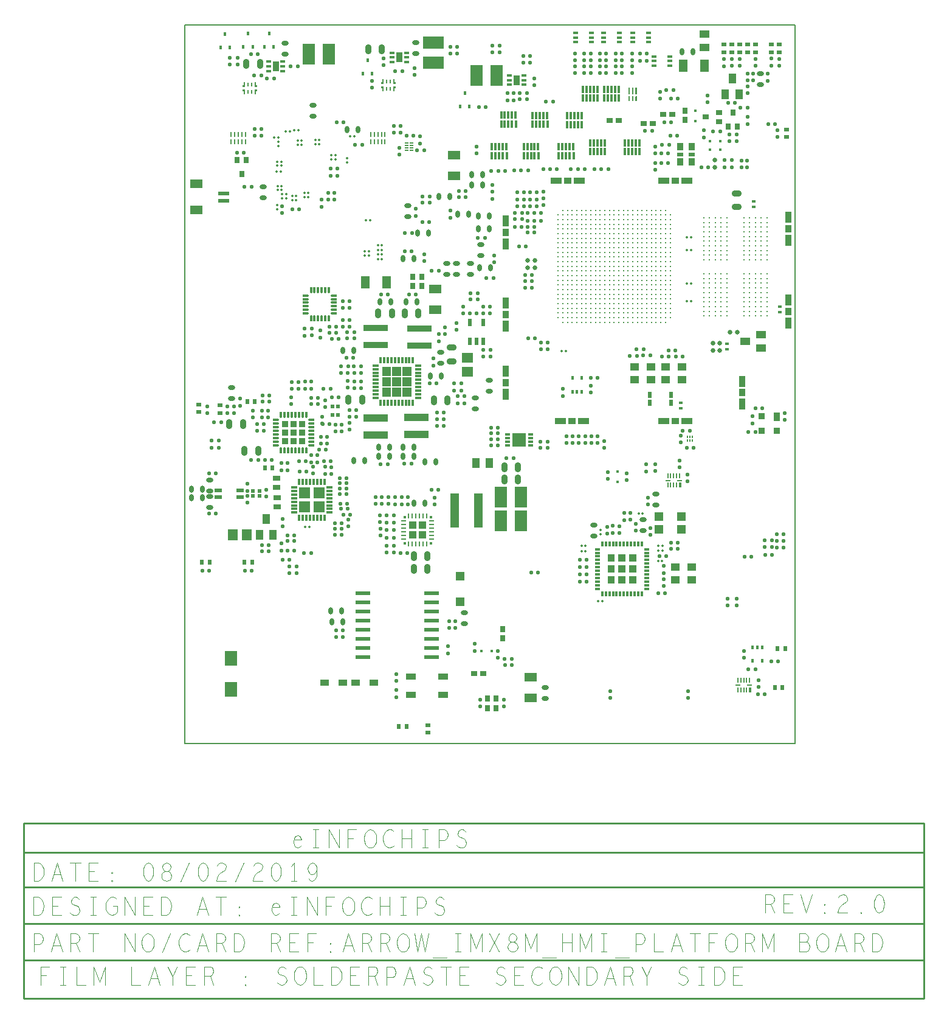
<source format=gbr>
G04 ================== begin FILE IDENTIFICATION RECORD ==================*
G04 Layout Name:  EI_ARROW_IMX8M_HMI_PLATFORM_17_00666_02.brd*
G04 Film Name:    spb.gbr*
G04 File Format:  Gerber RS274X*
G04 File Origin:  Cadence Allegro 17.2-P019*
G04 Origin Date:  Fri Feb 08 17:58:16 2019*
G04 *
G04 Layer:  DRAWING FORMAT/SPB*
G04 Layer:  DRAWING FORMAT/FILM_LABEL_OUTLINE*
G04 Layer:  BOARD GEOMETRY/PASTEMASK_BOTTOM*
G04 Layer:  PACKAGE GEOMETRY/PASTEMASK_BOTTOM*
G04 Layer:  DRAWING FORMAT/FILM_TITLE_BLOCK*
G04 Layer:  PIN/PASTEMASK_BOTTOM*
G04 Layer:  BOARD GEOMETRY/OUTLINE*
G04 *
G04 Offset:    (0.00 0.00)*
G04 Mirror:    No*
G04 Mode:      Positive*
G04 Rotation:  0*
G04 FullContactRelief:  No*
G04 UndefLineWidth:     7.00*
G04 ================== end FILE IDENTIFICATION RECORD ====================*
%FSLAX25Y25*MOIN*%
%IR0*IPPOS*OFA0.00000B0.00000*MIA0B0*SFA1.00000B1.00000*%
%ADD69R,.112X.07*%
%AMMACRO78*
4,1,21,-.017,-.006,
-.017,.006,
.011,.006,
.012042,.005909,
.013052,.005638,
.014,.005196,
.014857,.004596,
.015596,.003857,
.016196,.003,
.016638,.002052,
.016909,.001042,
.017,0.0,
.016909,-.001042,
.016638,-.002052,
.016196,-.003,
.015596,-.003857,
.014857,-.004596,
.014,-.005196,
.013052,-.005638,
.012042,-.005909,
.011,-.006,
-.017,-.006,
0.0*
%
%ADD78MACRO78*%
%AMMACRO77*
4,1,21,-.006,.017,
.006,.017,
.006,-.011,
.005909,-.012042,
.005638,-.013052,
.005196,-.014,
.004596,-.014857,
.003857,-.015596,
.003,-.016196,
.002052,-.016638,
.001042,-.016909,
0.0,-.017,
-.001042,-.016909,
-.002052,-.016638,
-.003,-.016196,
-.003857,-.015596,
-.004596,-.014857,
-.005196,-.014,
-.005638,-.013052,
-.005909,-.012042,
-.006,-.011,
-.006,.017,
0.0*
%
%ADD77MACRO77*%
%ADD22R,.07X.112*%
%ADD103C,.011*%
%AMMACRO44*
4,1,22,-.01673,-.00551,
.01083,-.00551,
.011793,-.005492,
.012737,-.005307,
.013636,-.004961,
.01446,-.004464,
.015186,-.003831,
.015791,-.003082,
.016256,-.002239,
.016568,-.001329,
.016718,-.000378,
.0167,.000585,
.016515,.00153,
.016168,.002428,
.015671,.003252,
.015039,.003978,
.01429,.004583,
.013447,.005049,
.012536,.005361,
.011585,.00551,
.01083,.00551,
-.01673,.00551,
-.01673,-.00551,
0.0*
%
%ADD44MACRO44*%
%AMMACRO43*
4,1,22,.00551,-.01673,
.00551,.01083,
.005492,.011793,
.005307,.012737,
.004961,.013636,
.004464,.01446,
.003831,.015186,
.003082,.015791,
.002239,.016256,
.001329,.016568,
.000378,.016718,
-.000585,.0167,
-.00153,.016515,
-.002428,.016168,
-.003252,.015671,
-.003978,.015039,
-.004583,.01429,
-.005049,.013447,
-.005361,.012536,
-.00551,.011585,
-.00551,.01083,
-.00551,-.01673,
.00551,-.01673,
0.0*
%
%ADD43MACRO43*%
%ADD74R,.021X.009*%
%ADD104C,.013*%
%ADD19R,.134X.038*%
%ADD70C,.025*%
%ADD90R,.027X.009*%
%ADD89R,.009X.027*%
%ADD75R,.019X.009*%
%ADD60R,.008X.028*%
%ADD20R,.047X.185*%
%ADD85R,.033X.033*%
%ADD30R,.015X.015*%
%AMMACRO65*
4,1,6,.00787,.00393,
0.0,.00393,
0.0,-.01181,
-.00788,-.01181,
-.00788,.01181,
.00787,.01181,
.00787,.00393,
0.0*
%
%ADD65MACRO65*%
%ADD38R,.073X.073*%
%ADD31R,.0443X.0443*%
%ADD105R,.00984X.0374*%
%ADD61R,.00787X.02362*%
%ADD18R,.13386X.03937*%
%ADD97R,.00787X.01575*%
%ADD106R,.00984X.02559*%
%AMMACRO62*
4,1,6,-.00787,.01181,
.00001,.01181,
.00001,-.00393,
.00788,-.00393,
.00788,-.01181,
-.00787,-.01181,
-.00787,.01181,
0.0*
%
%ADD62MACRO62*%
%ADD24O,.024X.02*%
%ADD83R,.03X.012*%
%ADD49R,.022X.02*%
%ADD23O,.02X.024*%
%ADD84R,.012X.03*%
%ADD26O,.04X.024*%
%ADD71O,.015X.014*%
%ADD46R,.02X.024*%
%ADD25O,.024X.04*%
%ADD21O,.014X.015*%
%ADD101R,.03X.015*%
%ADD68R,.016X.02*%
%ADD58R,.012X.042*%
%ADD91R,.02X.018*%
%ADD56R,.024X.04*%
%ADD47R,.04X.025*%
%ADD32R,.01X.028*%
%ADD96R,.014X.016*%
%ADD92R,.024X.032*%
%AMMACRO80*
4,1,21,.017,.006,
.017,-.006,
-.011,-.006,
-.012042,-.005909,
-.013052,-.005638,
-.014,-.005196,
-.014857,-.004596,
-.015596,-.003857,
-.016196,-.003,
-.016638,-.002052,
-.016909,-.001042,
-.017,0.0,
-.016909,.001042,
-.016638,.002052,
-.016196,.003,
-.015596,.003857,
-.014857,.004596,
-.014,.005196,
-.013052,.005638,
-.012042,.005909,
-.011,.006,
.017,.006,
0.0*
%
%ADD80MACRO80*%
%ADD33R,.028X.01*%
%ADD16R,.026X.022*%
%AMMACRO79*
4,1,21,.006,-.017,
-.006,-.017,
-.006,.011,
-.005909,.012042,
-.005638,.013052,
-.005196,.014,
-.004596,.014857,
-.003857,.015596,
-.003,.016196,
-.002052,.016638,
-.001042,.016909,
0.0,.017,
.001042,.016909,
.002052,.016638,
.003,.016196,
.003857,.015596,
.004596,.014857,
.005196,.014,
.005638,.013052,
.005909,.012042,
.006,.011,
.006,-.017,
0.0*
%
%ADD79MACRO79*%
%ADD52R,.016X.014*%
%ADD39R,.028X.012*%
%ADD36R,.032X.044*%
%ADD34R,.06X.052*%
%ADD15R,.022X.026*%
%ADD95R,.017X.024*%
%ADD93R,.044X.032*%
%ADD88R,.013X.027*%
%ADD81R,.055X.04*%
%ADD35R,.052X.06*%
%ADD10R,.04X.055*%
%AMMACRO45*
4,1,22,-.00551,.01673,
-.00551,-.01083,
-.005492,-.011793,
-.005307,-.012737,
-.004961,-.013636,
-.004464,-.01446,
-.003831,-.015186,
-.003082,-.015791,
-.002239,-.016256,
-.001329,-.016568,
-.000378,-.016718,
.000585,-.0167,
.00153,-.016515,
.002428,-.016168,
.003252,-.015671,
.003978,-.015039,
.004583,-.01429,
.005049,-.013447,
.005361,-.012536,
.00551,-.011585,
.00551,-.01083,
.00551,.01673,
-.00551,.01673,
0.0*
%
%ADD45MACRO45*%
%ADD28O,.056X.035*%
%ADD102R,.055X.043*%
%ADD87R,.048X.05*%
%ADD86R,.033X.047*%
%ADD72R,.028X.033*%
%AMMACRO42*
4,1,22,.01673,.00551,
-.01083,.00551,
-.011793,.005492,
-.012737,.005307,
-.013636,.004961,
-.01446,.004464,
-.015186,.003831,
-.015791,.003082,
-.016256,.002239,
-.016568,.001329,
-.016718,.000378,
-.0167,-.000585,
-.016515,-.00153,
-.016168,-.002428,
-.015671,-.003252,
-.015039,-.003978,
-.01429,-.004583,
-.013447,-.005049,
-.012536,-.005361,
-.011585,-.00551,
-.01083,-.00551,
.01673,-.00551,
.01673,.00551,
0.0*
%
%ADD42MACRO42*%
%ADD29O,.035X.056*%
%ADD14R,.07X.082*%
%ADD100R,.035X.028*%
%ADD54R,.028X.035*%
%ADD17R,.043X.055*%
%ADD11R,.03543X.012*%
%ADD59R,.0174X.042*%
%ADD57R,.028X.035*%
%ADD53R,.035X.028*%
%ADD37R,.032X.059*%
%ADD27R,.071X.047*%
%ADD12R,.012X.03543*%
%ADD98R,.03346X.04*%
%ADD94R,.059X.032*%
%ADD76R,.059X.024*%
%ADD73R,.047X.071*%
%ADD41R,.048X.035*%
%ADD40R,.057X.035*%
%ADD99R,.03346X.024*%
%ADD13R,.079X.024*%
%ADD48R,.04134X.02362*%
%ADD51R,.03365X.01181*%
%ADD50R,.01181X.03365*%
%AMMACRO63*
4,1,6,-.00787,-.00393,
0.0,-.00393,
0.0,.01181,
.00788,.01181,
.00788,-.01181,
-.00787,-.01181,
-.00787,-.00393,
0.0*
%
%ADD63MACRO63*%
%ADD82R,.05118X.04291*%
%ADD55R,.04724X.04528*%
%ADD67R,.03346X.05709*%
%ADD66R,.02953X.01378*%
%AMMACRO64*
4,1,6,.00787,-.01181,
-.00001,-.01181,
-.00001,.00393,
-.00788,.00393,
-.00788,.01181,
.00787,.01181,
.00787,-.01181,
0.0*
%
%ADD64MACRO64*%
%ADD107C,.01*%
%ADD108C,.004*%
%ADD109C,.007*%
G75*
%LPD*%
G75*
G36*
G01X112985Y201515D02*
X108129D01*
Y206371D01*
X112985D01*
Y201515D01*
G37*
G36*
G01X118628D02*
X113772D01*
Y206371D01*
X118628D01*
Y201515D01*
G37*
G36*
G01X124271D02*
X119415D01*
Y206371D01*
X124271D01*
Y201515D01*
G37*
G36*
G01X112985Y195872D02*
X108129D01*
Y200728D01*
X112985D01*
Y195872D01*
G37*
G36*
G01X118628D02*
X113772D01*
Y200728D01*
X118628D01*
Y195872D01*
G37*
G36*
G01X124271D02*
X119415D01*
Y200728D01*
X124271D01*
Y195872D01*
G37*
G36*
G01X112985Y190229D02*
X108129D01*
Y195085D01*
X112985D01*
Y190229D01*
G37*
G36*
G01X118628D02*
X113772D01*
Y195085D01*
X118628D01*
Y190229D01*
G37*
G36*
G01X124271D02*
X119415D01*
Y195085D01*
X124271D01*
Y190229D01*
G37*
G36*
G01X61175Y164101D02*
Y167250D01*
X58025D01*
Y164101D01*
X61175D01*
G37*
G36*
G01X56450D02*
Y167250D01*
X53301D01*
Y164101D01*
X56450D01*
G37*
G36*
G01X65899D02*
Y167250D01*
X62750D01*
Y164101D01*
X65899D01*
G37*
G36*
G01X61175Y168825D02*
Y171975D01*
X58025D01*
Y168825D01*
X61175D01*
G37*
G36*
G01X56450D02*
Y171975D01*
X53301D01*
Y168825D01*
X56450D01*
G37*
G36*
G01X65899D02*
Y171975D01*
X62750D01*
Y168825D01*
X65899D01*
G37*
G36*
G01X56450Y173550D02*
Y176699D01*
X53301D01*
Y173550D01*
X56450D01*
G37*
G36*
G01X65899D02*
Y176699D01*
X62750D01*
Y173550D01*
X65899D01*
G37*
G36*
G01X61175D02*
Y176699D01*
X58025D01*
Y173550D01*
X61175D01*
G37*
G36*
G01X62700Y126600D02*
Y132600D01*
X68700D01*
Y126600D01*
X62700D01*
G37*
G36*
G01X70600D02*
Y132600D01*
X76600D01*
Y126600D01*
X70600D01*
G37*
G36*
G01X62700Y134400D02*
Y140400D01*
X68700D01*
Y134400D01*
X62700D01*
G37*
G36*
G01X70600D02*
Y140400D01*
X76600D01*
Y134400D01*
X70600D01*
G37*
G36*
G01X247574Y87826D02*
X243637D01*
Y91763D01*
X247574D01*
Y87826D01*
G37*
G36*
G01Y93732D02*
X243637D01*
Y97668D01*
X247574D01*
Y93732D01*
G37*
G36*
G01Y99637D02*
X243637D01*
Y103574D01*
X247574D01*
Y99637D01*
G37*
G36*
G01X241668D02*
X237732D01*
Y103574D01*
X241668D01*
Y99637D01*
G37*
G36*
G01Y93732D02*
X237732D01*
Y97668D01*
X241668D01*
Y93732D01*
G37*
G36*
G01Y87826D02*
X237732D01*
Y91763D01*
X241668D01*
Y87826D01*
G37*
G36*
G01X235763D02*
X231826D01*
Y91763D01*
X235763D01*
Y87826D01*
G37*
G36*
G01Y93732D02*
X231826D01*
Y97668D01*
X235763D01*
Y93732D01*
G37*
G36*
G01Y99637D02*
X231826D01*
Y103574D01*
X235763D01*
Y99637D01*
G37*
G36*
G01X244104Y355818D02*
X243150D01*
Y359361D01*
X244104D01*
Y355818D01*
G37*
G36*
G01X246072D02*
X245126D01*
Y359361D01*
X246072D01*
Y355818D01*
G37*
G36*
G01X244104Y352025D02*
X243150D01*
Y354480D01*
X244104D01*
Y352025D01*
G37*
G36*
G01X246072Y352024D02*
X245126D01*
Y354480D01*
X246072D01*
Y352024D01*
G37*
G36*
G01X248041Y352025D02*
X247102D01*
Y354480D01*
X248041D01*
Y352025D01*
G37*
G36*
G01Y355818D02*
X247102D01*
Y359361D01*
X248041D01*
Y355818D01*
G37*
G54D100*
X285543Y343241D03*
X293023Y340682D03*
Y345800D03*
G54D101*
X245628Y384341D03*
Y386900D03*
Y389459D03*
X254172D03*
Y386900D03*
Y384341D03*
X214328Y384241D03*
Y386800D03*
Y389359D03*
X222872D03*
Y386800D03*
Y384241D03*
X257428Y371441D03*
Y374000D03*
Y376559D03*
X265972D03*
Y374000D03*
Y371441D03*
X229628Y384341D03*
Y386900D03*
Y389459D03*
X238172D03*
Y386900D03*
Y384341D03*
G54D102*
X284800Y381450D03*
Y388750D03*
G54D10*
X40900Y114291D03*
X48380D03*
X44640Y122951D03*
X296429Y355766D03*
X303909D03*
X300169Y364426D03*
G54D103*
X284547Y234330D03*
X287697D03*
X290846D03*
X293996D03*
X297146D03*
X306594D03*
X309744D03*
X312894D03*
X316043D03*
X319193D03*
X284547Y236889D03*
X287697D03*
X290846D03*
X293996D03*
X297146D03*
X306594D03*
X309744D03*
X312894D03*
X316043D03*
X319193D03*
X284547Y239448D03*
X287697D03*
X290846D03*
X293996D03*
X297146D03*
X306594D03*
X309744D03*
X312894D03*
X316043D03*
X319193D03*
X284547Y242007D03*
X287697D03*
X290846D03*
X293996D03*
X297146D03*
X306594D03*
X309744D03*
X312894D03*
X316043D03*
X319193D03*
X284547Y244566D03*
X287697D03*
X290846D03*
X293996D03*
X297146D03*
X306594D03*
X309744D03*
X312894D03*
X316043D03*
X319193D03*
X284547Y247125D03*
X287697D03*
X290846D03*
X293996D03*
X297146D03*
X306594D03*
X309744D03*
X312894D03*
X316043D03*
X319193D03*
X284547Y249684D03*
X287697D03*
X290846D03*
X293996D03*
X297146D03*
X306594D03*
X309744D03*
X312894D03*
X316043D03*
X319193D03*
X284547Y252243D03*
X287697D03*
X290846D03*
X293996D03*
X297146D03*
X306594D03*
X309744D03*
X312894D03*
X316043D03*
X319193D03*
X284547Y254802D03*
X287697D03*
X290846D03*
X293996D03*
X297146D03*
X306594D03*
X309744D03*
X312894D03*
X316043D03*
X319193D03*
X284547Y257361D03*
X287697D03*
X290846D03*
X293996D03*
X297146D03*
X306594D03*
X309744D03*
X312894D03*
X316043D03*
X319193D03*
X284547Y265039D03*
X287697D03*
X290846D03*
X293996D03*
X297146D03*
X306594D03*
X309744D03*
X312894D03*
X316043D03*
X319193D03*
X284547Y267598D03*
X287697D03*
X290846D03*
X293996D03*
X297146D03*
X306594D03*
X309744D03*
X312894D03*
X316043D03*
X319193D03*
X284547Y270157D03*
X287697D03*
X290846D03*
X293996D03*
X297146D03*
X306594D03*
X309744D03*
X312894D03*
X316043D03*
X319193D03*
X284547Y272716D03*
X287697D03*
X290846D03*
X293996D03*
X297146D03*
X306594D03*
X309744D03*
X312894D03*
X316043D03*
X319193D03*
X284547Y275275D03*
X287697D03*
X290846D03*
X293996D03*
X297146D03*
X306594D03*
X309744D03*
X312894D03*
X316043D03*
X319193D03*
X284547Y277834D03*
X287697D03*
X290846D03*
X293996D03*
X297146D03*
X306594D03*
X309744D03*
X312894D03*
X316043D03*
X319193D03*
X284547Y280393D03*
X287697D03*
X290846D03*
X293996D03*
X297146D03*
X306594D03*
X309744D03*
X312894D03*
X316043D03*
X319193D03*
X284547Y282952D03*
X287697D03*
X290846D03*
X293996D03*
X297146D03*
X306594D03*
X309744D03*
X312894D03*
X316043D03*
X319193D03*
X284547Y285511D03*
X287697D03*
X290846D03*
X293996D03*
X297146D03*
X306594D03*
X309744D03*
X312894D03*
X316043D03*
X319193D03*
X284547Y288070D03*
X287697D03*
X290846D03*
X293996D03*
X297146D03*
X306594D03*
X309744D03*
X312894D03*
X316043D03*
X319193D03*
G54D11*
X127921Y189442D03*
Y191410D03*
Y193379D03*
Y195347D03*
Y197316D03*
Y199284D03*
Y201253D03*
Y203221D03*
Y205190D03*
Y207158D03*
X104479D03*
Y205190D03*
Y203221D03*
Y201253D03*
Y199284D03*
Y197316D03*
Y195347D03*
Y193379D03*
Y191410D03*
Y189442D03*
G54D20*
X147784Y127800D03*
X160816D03*
G54D104*
X266109Y233350D03*
Y235909D03*
Y238469D03*
Y241028D03*
Y243587D03*
Y246146D03*
Y248705D03*
Y251264D03*
Y253823D03*
Y256382D03*
Y258941D03*
Y261500D03*
Y264059D03*
Y266618D03*
Y269177D03*
Y271736D03*
Y274295D03*
Y276854D03*
Y279413D03*
Y281972D03*
Y284531D03*
Y287091D03*
Y289650D03*
X263550Y230791D03*
Y233350D03*
Y235909D03*
Y238469D03*
Y241028D03*
Y243587D03*
Y246146D03*
Y248705D03*
Y251264D03*
Y253823D03*
Y256382D03*
Y258941D03*
Y261500D03*
Y264059D03*
Y266618D03*
Y269177D03*
Y271736D03*
Y274295D03*
Y276854D03*
Y279413D03*
Y281972D03*
Y284531D03*
Y287091D03*
Y289650D03*
Y292209D03*
X260991Y230791D03*
Y233350D03*
Y235909D03*
Y238469D03*
Y241028D03*
Y243587D03*
Y246146D03*
Y248705D03*
Y251264D03*
Y253823D03*
Y256382D03*
Y258941D03*
Y261500D03*
Y264059D03*
Y266618D03*
Y269177D03*
Y271736D03*
Y274295D03*
Y276854D03*
Y279413D03*
Y281972D03*
Y284531D03*
Y287091D03*
Y289650D03*
Y292209D03*
X258431Y230791D03*
Y233350D03*
Y235909D03*
Y238469D03*
Y241028D03*
Y243587D03*
Y246146D03*
Y248705D03*
Y251264D03*
Y253823D03*
Y256382D03*
Y258941D03*
Y261500D03*
Y264059D03*
Y266618D03*
Y269177D03*
Y271736D03*
Y274295D03*
Y276854D03*
Y279413D03*
Y281972D03*
Y284531D03*
Y287091D03*
Y289650D03*
Y292209D03*
X255872Y230791D03*
Y233350D03*
Y235909D03*
Y238469D03*
Y241028D03*
Y243587D03*
Y246146D03*
Y248705D03*
Y251264D03*
Y253823D03*
Y256382D03*
Y258941D03*
Y261500D03*
Y264059D03*
Y266618D03*
Y269177D03*
Y271736D03*
Y274295D03*
Y276854D03*
Y279413D03*
Y281972D03*
Y284531D03*
Y287091D03*
Y289650D03*
Y292209D03*
X253313Y230791D03*
Y233350D03*
Y235909D03*
Y238469D03*
Y241028D03*
Y243587D03*
Y246146D03*
Y248705D03*
Y251264D03*
Y253823D03*
Y256382D03*
Y258941D03*
Y261500D03*
Y264059D03*
Y266618D03*
Y269177D03*
Y271736D03*
Y274295D03*
Y276854D03*
Y279413D03*
Y281972D03*
Y284531D03*
Y287091D03*
Y289650D03*
Y292209D03*
X250754Y230791D03*
Y233350D03*
Y235909D03*
Y238469D03*
Y241028D03*
Y243587D03*
Y246146D03*
Y248705D03*
Y251264D03*
Y253823D03*
Y256382D03*
Y258941D03*
Y261500D03*
Y264059D03*
Y266618D03*
Y269177D03*
Y271736D03*
Y274295D03*
Y276854D03*
Y279413D03*
Y281972D03*
Y284531D03*
Y287091D03*
Y289650D03*
Y292209D03*
X248195Y230791D03*
Y233350D03*
Y235909D03*
Y238469D03*
Y241028D03*
Y243587D03*
Y246146D03*
Y248705D03*
Y251264D03*
Y253823D03*
Y256382D03*
Y258941D03*
Y261500D03*
Y264059D03*
Y266618D03*
Y269177D03*
Y271736D03*
Y274295D03*
Y276854D03*
Y279413D03*
Y281972D03*
Y284531D03*
Y287091D03*
Y289650D03*
Y292209D03*
X245636Y230791D03*
Y233350D03*
Y235909D03*
Y238469D03*
Y241028D03*
Y243587D03*
Y246146D03*
Y248705D03*
Y251264D03*
Y253823D03*
Y256382D03*
Y258941D03*
Y261500D03*
Y264059D03*
Y266618D03*
Y269177D03*
Y271736D03*
Y274295D03*
Y276854D03*
Y279413D03*
Y281972D03*
Y284531D03*
Y287091D03*
Y289650D03*
Y292209D03*
X243077Y230791D03*
Y233350D03*
Y235909D03*
Y238469D03*
Y241028D03*
Y243587D03*
Y246146D03*
Y248705D03*
Y251264D03*
Y253823D03*
Y256382D03*
Y258941D03*
Y261500D03*
Y264059D03*
Y266618D03*
Y269177D03*
Y271736D03*
Y274295D03*
Y276854D03*
Y279413D03*
Y281972D03*
Y284531D03*
Y287091D03*
Y289650D03*
Y292209D03*
X240518Y230791D03*
Y233350D03*
Y235909D03*
Y238469D03*
Y241028D03*
Y243587D03*
Y246146D03*
Y248705D03*
Y251264D03*
Y253823D03*
Y256382D03*
Y258941D03*
Y261500D03*
Y264059D03*
Y266618D03*
Y269177D03*
Y271736D03*
Y274295D03*
Y276854D03*
Y279413D03*
Y281972D03*
Y284531D03*
Y287091D03*
Y289650D03*
Y292209D03*
X237959Y230791D03*
Y233350D03*
Y235909D03*
Y238469D03*
Y241028D03*
Y243587D03*
Y246146D03*
Y248705D03*
Y251264D03*
Y253823D03*
Y256382D03*
Y258941D03*
Y261500D03*
Y264059D03*
Y266618D03*
Y269177D03*
Y271736D03*
Y274295D03*
Y276854D03*
Y279413D03*
Y281972D03*
Y284531D03*
Y287091D03*
Y289650D03*
Y292209D03*
X235400Y230791D03*
Y233350D03*
Y235909D03*
Y238469D03*
Y241028D03*
Y243587D03*
Y246146D03*
Y248705D03*
Y251264D03*
Y253823D03*
Y256382D03*
Y258941D03*
Y261500D03*
Y264059D03*
Y266618D03*
Y269177D03*
Y271736D03*
Y274295D03*
Y276854D03*
Y279413D03*
Y281972D03*
Y284531D03*
Y287091D03*
Y289650D03*
Y292209D03*
X232841Y230791D03*
Y233350D03*
Y235909D03*
Y238469D03*
Y241028D03*
Y243587D03*
Y246146D03*
Y248705D03*
Y251264D03*
Y253823D03*
Y256382D03*
Y258941D03*
Y261500D03*
Y264059D03*
Y266618D03*
Y269177D03*
Y271736D03*
Y274295D03*
Y276854D03*
Y279413D03*
Y281972D03*
Y284531D03*
Y287091D03*
Y289650D03*
Y292209D03*
X230282Y230791D03*
Y233350D03*
Y235909D03*
Y238469D03*
Y241028D03*
Y243587D03*
Y246146D03*
Y248705D03*
Y251264D03*
Y253823D03*
Y256382D03*
Y258941D03*
Y261500D03*
Y264059D03*
Y266618D03*
Y269177D03*
Y271736D03*
Y274295D03*
Y276854D03*
Y279413D03*
Y281972D03*
Y284531D03*
Y287091D03*
Y289650D03*
Y292209D03*
X227723Y230791D03*
Y233350D03*
Y235909D03*
Y238469D03*
Y241028D03*
Y243587D03*
Y246146D03*
Y248705D03*
Y251264D03*
Y253823D03*
Y256382D03*
Y258941D03*
Y261500D03*
Y264059D03*
Y266618D03*
Y269177D03*
Y271736D03*
Y274295D03*
Y276854D03*
Y279413D03*
Y281972D03*
Y284531D03*
Y287091D03*
Y289650D03*
Y292209D03*
X225164Y230791D03*
Y233350D03*
Y235909D03*
Y238469D03*
Y241028D03*
Y243587D03*
Y246146D03*
Y248705D03*
Y251264D03*
Y253823D03*
Y256382D03*
Y258941D03*
Y261500D03*
Y264059D03*
Y266618D03*
Y269177D03*
Y271736D03*
Y274295D03*
Y276854D03*
Y279413D03*
Y281972D03*
Y284531D03*
Y287091D03*
Y289650D03*
Y292209D03*
X222605Y230791D03*
Y233350D03*
Y235909D03*
Y238469D03*
Y241028D03*
Y243587D03*
Y246146D03*
Y248705D03*
Y251264D03*
Y253823D03*
Y256382D03*
Y258941D03*
Y261500D03*
Y264059D03*
Y266618D03*
Y269177D03*
Y271736D03*
Y274295D03*
Y276854D03*
Y279413D03*
Y281972D03*
Y284531D03*
Y287091D03*
Y289650D03*
Y292209D03*
X220046Y230791D03*
Y233350D03*
Y235909D03*
Y238469D03*
Y241028D03*
Y243587D03*
Y246146D03*
Y248705D03*
Y251264D03*
Y253823D03*
Y256382D03*
Y258941D03*
Y261500D03*
Y264059D03*
Y266618D03*
Y269177D03*
Y271736D03*
Y274295D03*
Y276854D03*
Y279413D03*
Y281972D03*
Y284531D03*
Y287091D03*
Y289650D03*
Y292209D03*
X217487Y230791D03*
Y233350D03*
Y235909D03*
Y238469D03*
Y241028D03*
Y243587D03*
Y246146D03*
Y248705D03*
Y251264D03*
Y253823D03*
Y256382D03*
Y258941D03*
Y261500D03*
Y264059D03*
Y266618D03*
Y269177D03*
Y271736D03*
Y274295D03*
Y276854D03*
Y279413D03*
Y281972D03*
Y284531D03*
Y287091D03*
Y289650D03*
Y292209D03*
X214928Y230791D03*
Y233350D03*
Y235909D03*
Y238469D03*
Y241028D03*
Y243587D03*
Y246146D03*
Y248705D03*
Y251264D03*
Y253823D03*
Y256382D03*
Y258941D03*
Y261500D03*
Y264059D03*
Y266618D03*
Y269177D03*
Y271736D03*
Y274295D03*
Y276854D03*
Y279413D03*
Y281972D03*
Y284531D03*
Y287091D03*
Y289650D03*
Y292209D03*
X212369Y230791D03*
Y233350D03*
Y235909D03*
Y238469D03*
Y241028D03*
Y243587D03*
Y246146D03*
Y248705D03*
Y251264D03*
Y253823D03*
Y256382D03*
Y258941D03*
Y261500D03*
Y264059D03*
Y266618D03*
Y269177D03*
Y271736D03*
Y274295D03*
Y276854D03*
Y279413D03*
Y281972D03*
Y284531D03*
Y287091D03*
Y289650D03*
Y292209D03*
X209809Y230791D03*
Y233350D03*
Y235909D03*
Y238469D03*
Y241028D03*
Y243587D03*
Y246146D03*
Y248705D03*
Y251264D03*
Y253823D03*
Y256382D03*
Y258941D03*
Y261500D03*
Y264059D03*
Y266618D03*
Y269177D03*
Y271736D03*
Y274295D03*
Y276854D03*
Y279413D03*
Y281972D03*
Y284531D03*
Y287091D03*
Y289650D03*
Y292209D03*
X207250Y230791D03*
Y233350D03*
Y235909D03*
Y238469D03*
Y241028D03*
Y243587D03*
Y246146D03*
Y248705D03*
Y251264D03*
Y253823D03*
Y256382D03*
Y258941D03*
Y261500D03*
Y264059D03*
Y266618D03*
Y269177D03*
Y271736D03*
Y274295D03*
Y276854D03*
Y279413D03*
Y281972D03*
Y284531D03*
Y287091D03*
Y289650D03*
Y292209D03*
X204691Y233350D03*
Y235909D03*
Y238469D03*
Y241028D03*
Y243587D03*
Y246146D03*
Y248705D03*
Y251264D03*
Y253823D03*
Y256382D03*
Y258941D03*
Y261500D03*
Y264059D03*
Y266618D03*
Y269177D03*
Y271736D03*
Y274295D03*
Y276854D03*
Y279413D03*
Y281972D03*
Y284531D03*
Y287091D03*
Y289650D03*
G54D12*
X125058Y210021D03*
X123090D03*
X121121D03*
X119153D03*
X117184D03*
X115216D03*
X113247D03*
X111279D03*
X109310D03*
X107342D03*
Y186579D03*
X109310D03*
X111279D03*
X113247D03*
X115216D03*
X117184D03*
X119153D03*
X121121D03*
X123090D03*
X125058D03*
G54D21*
X68202Y118600D03*
X65998D03*
X98698Y269900D03*
X100902D03*
X101502Y286600D03*
X99298D03*
X100915Y267357D03*
X98711D03*
X50598Y318900D03*
X52802D03*
X60098Y336100D03*
X62302D03*
X64002Y328000D03*
X61798D03*
X73702Y328400D03*
X71498D03*
X51302Y332100D03*
X49098D03*
X57502Y335400D03*
X55298D03*
X64002Y330300D03*
X61798D03*
X73702Y330646D03*
X71498D03*
X90698Y332700D03*
X92902D03*
X58798Y297700D03*
X61002D03*
X50298Y313500D03*
X52502D03*
X58798Y300100D03*
X61002D03*
X50898Y305500D03*
X53102D03*
X50898Y303300D03*
X53102D03*
X50598Y316600D03*
X52802D03*
X65498Y301600D03*
X67702D03*
X65498Y299300D03*
X67702D03*
X108102Y265514D03*
X105898D03*
X108102Y268040D03*
X105898D03*
X108102Y270566D03*
X105898D03*
X108102Y273092D03*
X105898D03*
X208802Y215000D03*
X206598D03*
X217498Y108500D03*
X219702D03*
X251102Y126000D03*
X248898D03*
X259533Y100169D03*
X261737D03*
X228802Y78100D03*
X226598D03*
X259698Y105600D03*
X261902D03*
X259733Y108269D03*
X261937D03*
X219667Y105431D03*
X217463D03*
X277502Y242500D03*
X275298D03*
X277502Y252000D03*
X275298D03*
X277502Y270500D03*
X275298D03*
X277502Y277500D03*
X275298D03*
G54D105*
X247568Y357570D03*
X245600D03*
X243632D03*
G54D30*
X134793Y124143D03*
Y109857D03*
X120507D03*
Y124143D03*
G54D13*
X135164Y47300D03*
Y52300D03*
Y57300D03*
Y62300D03*
Y67300D03*
Y72300D03*
Y77300D03*
Y82300D03*
X97736D03*
Y77300D03*
Y72300D03*
Y67300D03*
Y62300D03*
Y57300D03*
Y52300D03*
Y47300D03*
G54D40*
X141560Y26879D03*
X124040D03*
Y36721D03*
X141560D03*
G54D106*
X243632Y353239D03*
X245600D03*
X247568D03*
G54D31*
X130258Y119608D03*
Y114392D03*
X125042D03*
Y119608D03*
G54D22*
X173400Y122000D03*
X184400D03*
X173400Y134950D03*
X184400D03*
X68100Y377800D03*
X79100D03*
X171000Y366195D03*
X160000D03*
G54D107*
G01X-88521Y-43540D02*
Y-139740D01*
G01D02*
X386979D01*
G01X-88521Y-118740D02*
X405279D01*
G01X-88521Y-98740D02*
X405279D01*
G01X-88521Y-78740D02*
X405279D01*
G01X-88521Y-59540D02*
X405279D01*
G01X-88521Y-43540D02*
X386979D01*
G01X386179Y-139740D02*
X405279D01*
Y-43540D01*
X385879D01*
G54D50*
X76490Y143254D03*
X74521D03*
X72553D03*
X70584D03*
X68616D03*
X66647D03*
X64679D03*
X62710D03*
Y123746D03*
X64679D03*
X66647D03*
X68616D03*
X70584D03*
X72553D03*
X74521D03*
X76490D03*
G54D41*
X103600Y33500D03*
X93600D03*
X76600D03*
X86600D03*
G54D14*
X25400Y29600D03*
Y46800D03*
G54D32*
X122720Y124600D03*
X124690D03*
X126660D03*
X128640D03*
X130610D03*
X132580D03*
Y109400D03*
X130610D03*
X128640D03*
X126660D03*
X124690D03*
X122720D03*
G54D23*
X175616Y43000D03*
X179384D03*
X175416Y46500D03*
X179184D03*
X40184Y155300D03*
X36416D03*
X114484Y104700D03*
X110716D03*
X114484Y125200D03*
X110716D03*
X92766Y206833D03*
X96534D03*
X134266Y197453D03*
X138034D03*
X85666Y203013D03*
X89434D03*
X46284Y187500D03*
X42516D03*
X36684Y94600D03*
X32916D03*
X13284Y94700D03*
X9516D03*
X84284Y189600D03*
X80516D03*
X76116Y154900D03*
X79884D03*
X59984Y105800D03*
X56216D03*
X138214Y174059D03*
X141982D03*
X171549Y169951D03*
X167781D03*
X195051Y165449D03*
X198819D03*
X167803Y173163D03*
X171571D03*
X149466Y190467D03*
X153234D03*
X153208Y186333D03*
X149440D03*
X92866Y194573D03*
X96634D03*
X92866Y198413D03*
X96634D03*
X96560Y203027D03*
X92792D03*
X56216Y114100D03*
X59984D03*
X65351Y104309D03*
X69119D03*
X114484Y108400D03*
X110716D03*
X90214Y182719D03*
X93982D03*
X142012Y181301D03*
X138244D03*
X86579Y58337D03*
X82811D03*
X42516Y190800D03*
X46284D03*
X14716Y162200D03*
X18484D03*
X14716Y166000D03*
X18484D03*
X16016Y176000D03*
X19784D03*
X75516Y175200D03*
X79284D03*
X114484Y112701D03*
X110716D03*
X57384Y100800D03*
X53616D03*
X171584Y163483D03*
X167816D03*
X171584Y166683D03*
X167816D03*
X118116Y104329D03*
X121884D03*
X62816Y149100D03*
X66584D03*
X42216Y108600D03*
X45984D03*
X86816Y125400D03*
X90584D03*
X84816Y136600D03*
X88584D03*
X85316Y131500D03*
X89084D03*
X85516Y128600D03*
X89284D03*
X85684Y206813D03*
X89452D03*
X66284Y154900D03*
X62516D03*
X114484Y121200D03*
X110716D03*
Y117200D03*
X114484D03*
X47584Y155300D03*
X43816D03*
X86584Y62100D03*
X82816D03*
X72984Y186100D03*
X69216D03*
X73516Y161200D03*
X77284D03*
X195021Y162203D03*
X198789D03*
X124112Y153361D03*
X120344D03*
X107414Y153059D03*
X111182D03*
X92412Y211261D03*
X88644D03*
X94062Y179219D03*
X90294D03*
X138164Y177601D03*
X141932D03*
X59984Y111000D03*
X56216D03*
X163687Y211949D03*
X167455D03*
X139084Y139200D03*
X135316D03*
X163687Y215849D03*
X167455D03*
X72984Y189500D03*
X69216D03*
X176416Y156299D03*
X180184D03*
X189821Y93763D03*
X193589D03*
X79848Y194334D03*
X76080D03*
X16984Y126141D03*
X13216D03*
Y148159D03*
X16984D03*
X85984Y114500D03*
X82216D03*
X46084Y105400D03*
X42316D03*
X82216Y120800D03*
X85984D03*
X84816Y139600D03*
X88584D03*
X84816Y142600D03*
X88584D03*
X82216Y117700D03*
X85984D03*
X84916Y145500D03*
X88684D03*
X187484Y356300D03*
X183716D03*
X125413Y333175D03*
X121645D03*
X191900Y222017D03*
X188132D03*
X187816Y280100D03*
X191584D03*
X195384Y286500D03*
X191616D03*
X195384Y290700D03*
X191616D03*
X92812Y225461D03*
X89044D03*
X198021Y351770D03*
X200284Y314800D03*
X196516D03*
X184384Y314200D03*
X180616D03*
X171784Y313700D03*
X168016D03*
X184784Y290700D03*
X181016D03*
X184784Y287300D03*
X181016D03*
X184684Y283100D03*
X180916D03*
X171816Y313700D03*
X175584D03*
X184416Y314200D03*
X188184D03*
X200316Y314800D03*
X38016Y366200D03*
X41784D03*
X36316Y377900D03*
X40084D03*
X164984Y348900D03*
X161216D03*
X191584Y290700D03*
X187816D03*
X191584Y286500D03*
X187816D03*
X191584Y283200D03*
X187816D03*
X86521Y242333D03*
X90289D03*
X86521Y238873D03*
X90289D03*
X172492Y378600D03*
X168724D03*
Y382400D03*
X172492D03*
X159979Y235677D03*
X156211D03*
X58016Y371100D03*
X61784D03*
X183716Y353000D03*
X187484D03*
X165416Y255200D03*
X169184D03*
X150116Y302900D03*
X153884D03*
X156716Y243400D03*
X160484D03*
X135432Y258983D03*
X139200D03*
X134184Y299600D03*
X130416D03*
X183216Y272551D03*
X186984D03*
X190384Y249900D03*
X186616D03*
X190384Y253345D03*
X186616D03*
X32384Y323600D03*
X28616D03*
X119184Y368465D03*
X115416D03*
X45016Y364400D03*
X48784D03*
X86511Y228448D03*
X90279D03*
X189317Y373100D03*
X185549D03*
X107614Y246019D03*
X111382D03*
X126542Y246047D03*
X122774D03*
X38216Y333100D03*
X41984D03*
X38216Y336800D03*
X41984D03*
X114516Y334800D03*
X118284D03*
X114516Y338300D03*
X118284D03*
X127369Y324949D03*
X131137D03*
X79221Y228455D03*
X82989D03*
X92862Y222019D03*
X89094D03*
X86511Y231968D03*
X90279D03*
X79211Y225185D03*
X82979D03*
X93416Y328000D03*
X97184D03*
X160700Y277117D03*
X164468D03*
X130416Y296300D03*
X134184D03*
X133968Y285617D03*
X130200D03*
X120700Y279617D03*
X124468D03*
X120616Y269800D03*
X124384D03*
X150116Y299300D03*
X153884D03*
X156716Y246700D03*
X160484D03*
X190384Y256845D03*
X186616D03*
X189284Y376600D03*
X185516D03*
X62566Y292900D03*
X58798D03*
X36484Y305200D03*
X32716D03*
X87084Y340300D03*
X83316D03*
X80516Y221900D03*
X84284D03*
X259616Y82400D03*
X263384D03*
X216516Y88800D03*
X220284D03*
X216516Y100800D03*
X220284D03*
X270284Y106600D03*
X266516D03*
X220284Y92800D03*
X216516D03*
X220284Y96800D03*
X216516D03*
X266516Y110200D03*
X270284D03*
X251484Y216000D03*
X247716D03*
X269084Y215300D03*
X265316D03*
X310584Y102337D03*
X306816D03*
X273016Y171400D03*
X276784D03*
X325384Y45200D03*
X321616D03*
X324616Y114699D03*
X328384D03*
X321849Y107591D03*
X318081D03*
X312849Y170591D03*
X309081D03*
X316749Y183891D03*
X312981D03*
X314221Y26923D03*
X317989D03*
X222551Y200269D03*
X226319D03*
X275216Y162200D03*
X278984D03*
X321849Y111431D03*
X318081D03*
X247784Y212500D03*
X244016D03*
X251416Y212600D03*
X255184D03*
X265284Y212200D03*
X261516D03*
X269116D03*
X272884D03*
X260116Y102900D03*
X263884D03*
X312784Y40700D03*
X309016D03*
X321884Y103300D03*
X318116D03*
X261216Y323400D03*
X264984D03*
X261216Y318200D03*
X264984D03*
X266588Y340451D03*
X262820D03*
X252412Y335649D03*
X256180D03*
X201789Y351770D03*
X228416Y314800D03*
X232184D03*
X215484D03*
X211716D03*
X304703Y348483D03*
X308471D03*
X215516Y314800D03*
X219284D03*
X228384D03*
X224616D03*
X204084D03*
X293497Y335317D03*
X289729D03*
X266316Y333000D03*
X270084D03*
X287084Y315600D03*
X283316D03*
X302479Y330157D03*
X298711D03*
X267784Y358200D03*
X264016D03*
X323584Y339500D03*
X319816D03*
X297921Y351083D03*
X301689D03*
X265484Y328000D03*
X261716D03*
X302519Y333749D03*
X298751D03*
X266499Y353316D03*
X270267D03*
G54D108*
G01X-79192Y-132250D02*
Y-122250D01*
X-74442D01*
G01X-76192Y-127083D02*
X-79192D01*
G01X-68317Y-122250D02*
X-65317D01*
G01X-66817D02*
Y-132250D01*
G01X-68317D02*
X-65317D01*
G01X-59317Y-122250D02*
Y-132250D01*
X-54317D01*
G01X-50067D02*
Y-122250D01*
X-46817Y-130583D01*
X-43567Y-122250D01*
Y-132250D01*
G01X-29317Y-122250D02*
Y-132250D01*
X-24317D01*
G01X-19942D02*
X-16817Y-122250D01*
X-13692Y-132250D01*
G01X-14817Y-128750D02*
X-18817D01*
G01X-6817Y-132250D02*
Y-127750D01*
X-9317Y-122250D01*
G01X-4317D02*
X-6817Y-127750D01*
G01X5683Y-132250D02*
X683D01*
Y-122250D01*
X5683D01*
G01X3683Y-127083D02*
X683D01*
G01X10683Y-132250D02*
Y-122250D01*
X13808D01*
X14808Y-122750D01*
X15433Y-123417D01*
X15683Y-124750D01*
X15433Y-126083D01*
X14683Y-126917D01*
X13808Y-127417D01*
X10683D01*
G01X13808D02*
X15683Y-132250D01*
G01X33183Y-132583D02*
X32933Y-132417D01*
Y-132083D01*
X33183Y-131917D01*
X33433Y-132083D01*
Y-132417D01*
X33183Y-132583D01*
G01Y-128084D02*
X32933Y-127917D01*
Y-127583D01*
X33183Y-127417D01*
X33433Y-127583D01*
Y-127917D01*
X33183Y-128084D01*
G01X50558Y-130917D02*
X51558Y-131750D01*
X52683Y-132250D01*
X53683D01*
X54683Y-131750D01*
X55433Y-130917D01*
X55808Y-129750D01*
X55558Y-128584D01*
X54933Y-127583D01*
X53808Y-126917D01*
X52308Y-126583D01*
X51433Y-125917D01*
X51058Y-124750D01*
X51308Y-123583D01*
X51933Y-122750D01*
X52808Y-122250D01*
X53683D01*
X54558Y-122583D01*
X55308Y-123417D01*
G01X63183Y-132250D02*
X62183Y-132083D01*
X61308Y-131417D01*
X60558Y-130417D01*
X60058Y-129250D01*
X59808Y-127917D01*
Y-126583D01*
X60058Y-125250D01*
X60558Y-124083D01*
X61308Y-123083D01*
X62183Y-122417D01*
X63183Y-122250D01*
X64183Y-122417D01*
X65058Y-123083D01*
X65808Y-124083D01*
X66308Y-125250D01*
X66558Y-126583D01*
Y-127917D01*
X66308Y-129250D01*
X65808Y-130417D01*
X65058Y-131417D01*
X64183Y-132083D01*
X63183Y-132250D01*
G01X70683Y-122250D02*
Y-132250D01*
X75683D01*
G01X80433D02*
Y-122250D01*
X82933D01*
X83933Y-122750D01*
X84683Y-123417D01*
X85308Y-124417D01*
X85808Y-125584D01*
X85933Y-127250D01*
X85808Y-128917D01*
X85308Y-130083D01*
X84683Y-131084D01*
X83933Y-131750D01*
X82933Y-132250D01*
X80433D01*
G01X95683D02*
X90683D01*
Y-122250D01*
X95683D01*
G01X93683Y-127083D02*
X90683D01*
G01X100683Y-132250D02*
Y-122250D01*
X103808D01*
X104808Y-122750D01*
X105433Y-123417D01*
X105683Y-124750D01*
X105433Y-126083D01*
X104683Y-126917D01*
X103808Y-127417D01*
X100683D01*
G01X103808D02*
X105683Y-132250D01*
G01X110683D02*
Y-122250D01*
X113683D01*
X114683Y-122750D01*
X115433Y-123917D01*
X115683Y-125250D01*
X115433Y-126583D01*
X114808Y-127583D01*
X113683Y-128084D01*
X110683D01*
G01X120058Y-132250D02*
X123183Y-122250D01*
X126308Y-132250D01*
G01X125183Y-128750D02*
X121183D01*
G01X130558Y-130917D02*
X131558Y-131750D01*
X132683Y-132250D01*
X133683D01*
X134683Y-131750D01*
X135433Y-130917D01*
X135808Y-129750D01*
X135558Y-128584D01*
X134933Y-127583D01*
X133808Y-126917D01*
X132308Y-126583D01*
X131433Y-125917D01*
X131058Y-124750D01*
X131308Y-123583D01*
X131933Y-122750D01*
X132808Y-122250D01*
X133683D01*
X134558Y-122583D01*
X135308Y-123417D01*
G01X143183Y-122250D02*
Y-132250D01*
G01X140308Y-122250D02*
X146058D01*
G01X155683Y-132250D02*
X150683D01*
Y-122250D01*
X155683D01*
G01X153683Y-127083D02*
X150683D01*
G01X170558Y-130917D02*
X171558Y-131750D01*
X172683Y-132250D01*
X173683D01*
X174683Y-131750D01*
X175433Y-130917D01*
X175808Y-129750D01*
X175558Y-128584D01*
X174933Y-127583D01*
X173808Y-126917D01*
X172308Y-126583D01*
X171433Y-125917D01*
X171058Y-124750D01*
X171308Y-123583D01*
X171933Y-122750D01*
X172808Y-122250D01*
X173683D01*
X174558Y-122583D01*
X175308Y-123417D01*
G01X185683Y-132250D02*
X180683D01*
Y-122250D01*
X185683D01*
G01X183683Y-127083D02*
X180683D01*
G01X195933Y-123083D02*
X195183Y-122583D01*
X194308Y-122250D01*
X193308D01*
X192183Y-122750D01*
X191308Y-123583D01*
X190683Y-124583D01*
X190183Y-126250D01*
X190058Y-127750D01*
X190308Y-129250D01*
X190683Y-130250D01*
X191433Y-131250D01*
X192308Y-131917D01*
X193183Y-132250D01*
X194058D01*
X194933Y-131917D01*
X195683Y-131417D01*
X196308Y-130750D01*
G01X203183Y-132250D02*
X202183Y-132083D01*
X201308Y-131417D01*
X200558Y-130417D01*
X200058Y-129250D01*
X199808Y-127917D01*
Y-126583D01*
X200058Y-125250D01*
X200558Y-124083D01*
X201308Y-123083D01*
X202183Y-122417D01*
X203183Y-122250D01*
X204183Y-122417D01*
X205058Y-123083D01*
X205808Y-124083D01*
X206308Y-125250D01*
X206558Y-126583D01*
Y-127917D01*
X206308Y-129250D01*
X205808Y-130417D01*
X205058Y-131417D01*
X204183Y-132083D01*
X203183Y-132250D01*
G01X210308D02*
Y-122250D01*
X216058Y-132250D01*
Y-122250D01*
G01X220433Y-132250D02*
Y-122250D01*
X222933D01*
X223933Y-122750D01*
X224683Y-123417D01*
X225308Y-124417D01*
X225808Y-125584D01*
X225933Y-127250D01*
X225808Y-128917D01*
X225308Y-130083D01*
X224683Y-131084D01*
X223933Y-131750D01*
X222933Y-132250D01*
X220433D01*
G01X230058D02*
X233183Y-122250D01*
X236308Y-132250D01*
G01X235183Y-128750D02*
X231183D01*
G01X240683Y-132250D02*
Y-122250D01*
X243808D01*
X244808Y-122750D01*
X245433Y-123417D01*
X245683Y-124750D01*
X245433Y-126083D01*
X244683Y-126917D01*
X243808Y-127417D01*
X240683D01*
G01X243808D02*
X245683Y-132250D01*
G01X253183D02*
Y-127750D01*
X250683Y-122250D01*
G01X255683D02*
X253183Y-127750D01*
G01X270558Y-130917D02*
X271558Y-131750D01*
X272683Y-132250D01*
X273683D01*
X274683Y-131750D01*
X275433Y-130917D01*
X275808Y-129750D01*
X275558Y-128584D01*
X274933Y-127583D01*
X273808Y-126917D01*
X272308Y-126583D01*
X271433Y-125917D01*
X271058Y-124750D01*
X271308Y-123583D01*
X271933Y-122750D01*
X272808Y-122250D01*
X273683D01*
X274558Y-122583D01*
X275308Y-123417D01*
G01X281683Y-122250D02*
X284683D01*
G01X283183D02*
Y-132250D01*
G01X281683D02*
X284683D01*
G01X290433D02*
Y-122250D01*
X292933D01*
X293933Y-122750D01*
X294683Y-123417D01*
X295308Y-124417D01*
X295808Y-125584D01*
X295933Y-127250D01*
X295808Y-128917D01*
X295308Y-130083D01*
X294683Y-131084D01*
X293933Y-131750D01*
X292933Y-132250D01*
X290433D01*
G01X305683D02*
X300683D01*
Y-122250D01*
X305683D01*
G01X303683Y-127083D02*
X300683D01*
G01X-82771Y-114040D02*
Y-104040D01*
X-79771D01*
X-78771Y-104540D01*
X-78021Y-105707D01*
X-77771Y-107040D01*
X-78021Y-108373D01*
X-78646Y-109373D01*
X-79771Y-109874D01*
X-82771D01*
G01X-73396Y-114040D02*
X-70271Y-104040D01*
X-67146Y-114040D01*
G01X-68271Y-110540D02*
X-72271D01*
G01X-62771Y-114040D02*
Y-104040D01*
X-59646D01*
X-58646Y-104540D01*
X-58021Y-105207D01*
X-57771Y-106540D01*
X-58021Y-107873D01*
X-58771Y-108707D01*
X-59646Y-109207D01*
X-62771D01*
G01X-59646D02*
X-57771Y-114040D01*
G01X-50271Y-104040D02*
Y-114040D01*
G01X-53146Y-104040D02*
X-47396D01*
G01X-33146Y-114040D02*
Y-104040D01*
X-27396Y-114040D01*
Y-104040D01*
G01X-20271Y-114040D02*
X-21271Y-113873D01*
X-22146Y-113207D01*
X-22896Y-112207D01*
X-23396Y-111040D01*
X-23646Y-109707D01*
Y-108373D01*
X-23396Y-107040D01*
X-22896Y-105873D01*
X-22146Y-104873D01*
X-21271Y-104207D01*
X-20271Y-104040D01*
X-19271Y-104207D01*
X-18396Y-104873D01*
X-17646Y-105873D01*
X-17146Y-107040D01*
X-16896Y-108373D01*
Y-109707D01*
X-17146Y-111040D01*
X-17646Y-112207D01*
X-18396Y-113207D01*
X-19271Y-113873D01*
X-20271Y-114040D01*
G01X-12521Y-114373D02*
X-8021Y-104040D01*
G01X2479Y-104873D02*
X1729Y-104373D01*
X854Y-104040D01*
X-146D01*
X-1271Y-104540D01*
X-2146Y-105373D01*
X-2771Y-106373D01*
X-3271Y-108040D01*
X-3396Y-109540D01*
X-3146Y-111040D01*
X-2771Y-112040D01*
X-2021Y-113040D01*
X-1146Y-113707D01*
X-271Y-114040D01*
X604D01*
X1479Y-113707D01*
X2229Y-113207D01*
X2854Y-112540D01*
G01X6604Y-114040D02*
X9729Y-104040D01*
X12854Y-114040D01*
G01X11729Y-110540D02*
X7729D01*
G01X17229Y-114040D02*
Y-104040D01*
X20354D01*
X21354Y-104540D01*
X21979Y-105207D01*
X22229Y-106540D01*
X21979Y-107873D01*
X21229Y-108707D01*
X20354Y-109207D01*
X17229D01*
G01X20354D02*
X22229Y-114040D01*
G01X26979D02*
Y-104040D01*
X29479D01*
X30479Y-104540D01*
X31229Y-105207D01*
X31854Y-106207D01*
X32354Y-107374D01*
X32479Y-109040D01*
X32354Y-110707D01*
X31854Y-111873D01*
X31229Y-112874D01*
X30479Y-113540D01*
X29479Y-114040D01*
X26979D01*
G01X47229D02*
Y-104040D01*
X50354D01*
X51354Y-104540D01*
X51979Y-105207D01*
X52229Y-106540D01*
X51979Y-107873D01*
X51229Y-108707D01*
X50354Y-109207D01*
X47229D01*
G01X50354D02*
X52229Y-114040D01*
G01X62229D02*
X57229D01*
Y-104040D01*
X62229D01*
G01X60229Y-108873D02*
X57229D01*
G01X67354Y-114040D02*
Y-104040D01*
X72104D01*
G01X70354Y-108873D02*
X67354D01*
G01X79729Y-114373D02*
X79479Y-114207D01*
Y-113873D01*
X79729Y-113707D01*
X79979Y-113873D01*
Y-114207D01*
X79729Y-114373D01*
G01Y-109874D02*
X79479Y-109707D01*
Y-109373D01*
X79729Y-109207D01*
X79979Y-109373D01*
Y-109707D01*
X79729Y-109874D01*
G01X86604Y-114040D02*
X89729Y-104040D01*
X92854Y-114040D01*
G01X91729Y-110540D02*
X87729D01*
G01X97229Y-114040D02*
Y-104040D01*
X100354D01*
X101354Y-104540D01*
X101979Y-105207D01*
X102229Y-106540D01*
X101979Y-107873D01*
X101229Y-108707D01*
X100354Y-109207D01*
X97229D01*
G01X100354D02*
X102229Y-114040D01*
G01X107229D02*
Y-104040D01*
X110354D01*
X111354Y-104540D01*
X111979Y-105207D01*
X112229Y-106540D01*
X111979Y-107873D01*
X111229Y-108707D01*
X110354Y-109207D01*
X107229D01*
G01X110354D02*
X112229Y-114040D01*
G01X119729D02*
X118729Y-113873D01*
X117854Y-113207D01*
X117104Y-112207D01*
X116604Y-111040D01*
X116354Y-109707D01*
Y-108373D01*
X116604Y-107040D01*
X117104Y-105873D01*
X117854Y-104873D01*
X118729Y-104207D01*
X119729Y-104040D01*
X120729Y-104207D01*
X121604Y-104873D01*
X122354Y-105873D01*
X122854Y-107040D01*
X123104Y-108373D01*
Y-109707D01*
X122854Y-111040D01*
X122354Y-112207D01*
X121604Y-113207D01*
X120729Y-113873D01*
X119729Y-114040D01*
G01X125979Y-104040D02*
X127729Y-114040D01*
X129729Y-104040D01*
X131729Y-114040D01*
X133479Y-104040D01*
G01X135979Y-117373D02*
X143479D01*
G01X148229Y-104040D02*
X151229D01*
G01X149729D02*
Y-114040D01*
G01X148229D02*
X151229D01*
G01X156479D02*
Y-104040D01*
X159729Y-112373D01*
X162979Y-104040D01*
Y-114040D01*
G01X167104D02*
X172354Y-104040D01*
G01X167104D02*
X172354Y-114040D01*
G01X179729D02*
X180604Y-113873D01*
X181604Y-113373D01*
X182229Y-112540D01*
X182479Y-111373D01*
X182229Y-110207D01*
X181479Y-109207D01*
X180354Y-108707D01*
X179104D01*
X178354Y-108373D01*
X177729Y-107540D01*
X177479Y-106373D01*
X177854Y-105207D01*
X178729Y-104373D01*
X179729Y-104040D01*
X180729Y-104373D01*
X181604Y-105207D01*
X181979Y-106373D01*
X181729Y-107540D01*
X181104Y-108373D01*
X180354Y-108707D01*
X179104D01*
X177979Y-109207D01*
X177229Y-110207D01*
X176979Y-111373D01*
X177229Y-112540D01*
X177854Y-113373D01*
X178854Y-113873D01*
X179729Y-114040D01*
G01X186479D02*
Y-104040D01*
X189729Y-112373D01*
X192979Y-104040D01*
Y-114040D01*
G01X195979Y-117373D02*
X203479D01*
G01X207104Y-114040D02*
Y-104040D01*
G01X212354D02*
Y-114040D01*
G01Y-109040D02*
X207104D01*
G01X216479Y-114040D02*
Y-104040D01*
X219729Y-112373D01*
X222979Y-104040D01*
Y-114040D01*
G01X228229Y-104040D02*
X231229D01*
G01X229729D02*
Y-114040D01*
G01X228229D02*
X231229D01*
G01X235979Y-117373D02*
X243479D01*
G01X247229Y-114040D02*
Y-104040D01*
X250229D01*
X251229Y-104540D01*
X251979Y-105707D01*
X252229Y-107040D01*
X251979Y-108373D01*
X251354Y-109373D01*
X250229Y-109874D01*
X247229D01*
G01X257229Y-104040D02*
Y-114040D01*
X262229D01*
G01X266604D02*
X269729Y-104040D01*
X272854Y-114040D01*
G01X271729Y-110540D02*
X267729D01*
G01X279729Y-104040D02*
Y-114040D01*
G01X276854Y-104040D02*
X282604D01*
G01X287354Y-114040D02*
Y-104040D01*
X292104D01*
G01X290354Y-108873D02*
X287354D01*
G01X299729Y-114040D02*
X298729Y-113873D01*
X297854Y-113207D01*
X297104Y-112207D01*
X296604Y-111040D01*
X296354Y-109707D01*
Y-108373D01*
X296604Y-107040D01*
X297104Y-105873D01*
X297854Y-104873D01*
X298729Y-104207D01*
X299729Y-104040D01*
X300729Y-104207D01*
X301604Y-104873D01*
X302354Y-105873D01*
X302854Y-107040D01*
X303104Y-108373D01*
Y-109707D01*
X302854Y-111040D01*
X302354Y-112207D01*
X301604Y-113207D01*
X300729Y-113873D01*
X299729Y-114040D01*
G01X307229D02*
Y-104040D01*
X310354D01*
X311354Y-104540D01*
X311979Y-105207D01*
X312229Y-106540D01*
X311979Y-107873D01*
X311229Y-108707D01*
X310354Y-109207D01*
X307229D01*
G01X310354D02*
X312229Y-114040D01*
G01X316479D02*
Y-104040D01*
X319729Y-112373D01*
X322979Y-104040D01*
Y-114040D01*
G01X340729Y-108707D02*
X341229Y-108207D01*
X341604Y-107374D01*
X341854Y-106207D01*
X341604Y-105207D01*
X341104Y-104540D01*
X340229Y-104040D01*
X336854D01*
Y-114040D01*
X340979D01*
X341854Y-113373D01*
X342354Y-112373D01*
X342604Y-111207D01*
X342354Y-110040D01*
X341604Y-109040D01*
X340729Y-108707D01*
X336854D01*
G01X349729Y-114040D02*
X348729Y-113873D01*
X347854Y-113207D01*
X347104Y-112207D01*
X346604Y-111040D01*
X346354Y-109707D01*
Y-108373D01*
X346604Y-107040D01*
X347104Y-105873D01*
X347854Y-104873D01*
X348729Y-104207D01*
X349729Y-104040D01*
X350729Y-104207D01*
X351604Y-104873D01*
X352354Y-105873D01*
X352854Y-107040D01*
X353104Y-108373D01*
Y-109707D01*
X352854Y-111040D01*
X352354Y-112207D01*
X351604Y-113207D01*
X350729Y-113873D01*
X349729Y-114040D01*
G01X356604D02*
X359729Y-104040D01*
X362854Y-114040D01*
G01X361729Y-110540D02*
X357729D01*
G01X367229Y-114040D02*
Y-104040D01*
X370354D01*
X371354Y-104540D01*
X371979Y-105207D01*
X372229Y-106540D01*
X371979Y-107873D01*
X371229Y-108707D01*
X370354Y-109207D01*
X367229D01*
G01X370354D02*
X372229Y-114040D01*
G01X376979D02*
Y-104040D01*
X379479D01*
X380479Y-104540D01*
X381229Y-105207D01*
X381854Y-106207D01*
X382354Y-107374D01*
X382479Y-109040D01*
X382354Y-110707D01*
X381854Y-111873D01*
X381229Y-112874D01*
X380479Y-113540D01*
X379479Y-114040D01*
X376979D01*
G01X-83021Y-94040D02*
Y-84040D01*
X-80521D01*
X-79521Y-84540D01*
X-78771Y-85207D01*
X-78146Y-86207D01*
X-77646Y-87374D01*
X-77521Y-89040D01*
X-77646Y-90707D01*
X-78146Y-91873D01*
X-78771Y-92874D01*
X-79521Y-93540D01*
X-80521Y-94040D01*
X-83021D01*
G01X-67771D02*
X-72771D01*
Y-84040D01*
X-67771D01*
G01X-69771Y-88873D02*
X-72771D01*
G01X-62896Y-92707D02*
X-61896Y-93540D01*
X-60771Y-94040D01*
X-59771D01*
X-58771Y-93540D01*
X-58021Y-92707D01*
X-57646Y-91540D01*
X-57896Y-90374D01*
X-58521Y-89373D01*
X-59646Y-88707D01*
X-61146Y-88373D01*
X-62021Y-87707D01*
X-62396Y-86540D01*
X-62146Y-85373D01*
X-61521Y-84540D01*
X-60646Y-84040D01*
X-59771D01*
X-58896Y-84373D01*
X-58146Y-85207D01*
G01X-51771Y-84040D02*
X-48771D01*
G01X-50271D02*
Y-94040D01*
G01X-51771D02*
X-48771D01*
G01X-39521Y-89040D02*
X-37021D01*
Y-92040D01*
X-37771Y-93040D01*
X-38646Y-93707D01*
X-39896Y-94040D01*
X-41146Y-93707D01*
X-42021Y-93040D01*
X-42771Y-92040D01*
X-43271Y-90873D01*
X-43521Y-89540D01*
Y-88373D01*
X-43271Y-87374D01*
X-42771Y-86207D01*
X-42021Y-85207D01*
X-41271Y-84540D01*
X-40271Y-84040D01*
X-39396D01*
X-38396Y-84373D01*
X-37646Y-85040D01*
G01X-33146Y-94040D02*
Y-84040D01*
X-27396Y-94040D01*
Y-84040D01*
G01X-17771Y-94040D02*
X-22771D01*
Y-84040D01*
X-17771D01*
G01X-19771Y-88873D02*
X-22771D01*
G01X-13021Y-94040D02*
Y-84040D01*
X-10521D01*
X-9521Y-84540D01*
X-8771Y-85207D01*
X-8146Y-86207D01*
X-7646Y-87374D01*
X-7521Y-89040D01*
X-7646Y-90707D01*
X-8146Y-91873D01*
X-8771Y-92874D01*
X-9521Y-93540D01*
X-10521Y-94040D01*
X-13021D01*
G01X6604D02*
X9729Y-84040D01*
X12854Y-94040D01*
G01X11729Y-90540D02*
X7729D01*
G01X19729Y-84040D02*
Y-94040D01*
G01X16854Y-84040D02*
X22604D01*
G01X29729Y-94373D02*
X29479Y-94207D01*
Y-93873D01*
X29729Y-93707D01*
X29979Y-93873D01*
Y-94207D01*
X29729Y-94373D01*
G01Y-89874D02*
X29479Y-89707D01*
Y-89373D01*
X29729Y-89207D01*
X29979Y-89373D01*
Y-89707D01*
X29729Y-89874D01*
G01X47854Y-89540D02*
X51854D01*
X51479Y-88373D01*
X50854Y-87707D01*
X49979Y-87374D01*
X49104Y-87540D01*
X48354Y-88040D01*
X47854Y-89207D01*
X47604Y-90207D01*
Y-91207D01*
X47854Y-92207D01*
X48479Y-93207D01*
X49229Y-93873D01*
X50104Y-94040D01*
X50979Y-93707D01*
X51854Y-92707D01*
G01X58229Y-84040D02*
X61229D01*
G01X59729D02*
Y-94040D01*
G01X58229D02*
X61229D01*
G01X66854D02*
Y-84040D01*
X72604Y-94040D01*
Y-84040D01*
G01X77354Y-94040D02*
Y-84040D01*
X82104D01*
G01X80354Y-88873D02*
X77354D01*
G01X89729Y-94040D02*
X88729Y-93873D01*
X87854Y-93207D01*
X87104Y-92207D01*
X86604Y-91040D01*
X86354Y-89707D01*
Y-88373D01*
X86604Y-87040D01*
X87104Y-85873D01*
X87854Y-84873D01*
X88729Y-84207D01*
X89729Y-84040D01*
X90729Y-84207D01*
X91604Y-84873D01*
X92354Y-85873D01*
X92854Y-87040D01*
X93104Y-88373D01*
Y-89707D01*
X92854Y-91040D01*
X92354Y-92207D01*
X91604Y-93207D01*
X90729Y-93873D01*
X89729Y-94040D01*
G01X102479Y-84873D02*
X101729Y-84373D01*
X100854Y-84040D01*
X99854D01*
X98729Y-84540D01*
X97854Y-85373D01*
X97229Y-86373D01*
X96729Y-88040D01*
X96604Y-89540D01*
X96854Y-91040D01*
X97229Y-92040D01*
X97979Y-93040D01*
X98854Y-93707D01*
X99729Y-94040D01*
X100604D01*
X101479Y-93707D01*
X102229Y-93207D01*
X102854Y-92540D01*
G01X107104Y-94040D02*
Y-84040D01*
G01X112354D02*
Y-94040D01*
G01Y-89040D02*
X107104D01*
G01X118229Y-84040D02*
X121229D01*
G01X119729D02*
Y-94040D01*
G01X118229D02*
X121229D01*
G01X127229D02*
Y-84040D01*
X130229D01*
X131229Y-84540D01*
X131979Y-85707D01*
X132229Y-87040D01*
X131979Y-88373D01*
X131354Y-89373D01*
X130229Y-89874D01*
X127229D01*
G01X137104Y-92707D02*
X138104Y-93540D01*
X139229Y-94040D01*
X140229D01*
X141229Y-93540D01*
X141979Y-92707D01*
X142354Y-91540D01*
X142104Y-90374D01*
X141479Y-89373D01*
X140354Y-88707D01*
X138854Y-88373D01*
X137979Y-87707D01*
X137604Y-86540D01*
X137854Y-85373D01*
X138479Y-84540D01*
X139354Y-84040D01*
X140229D01*
X141104Y-84373D01*
X141854Y-85207D01*
G01X-82850Y-75234D02*
Y-65234D01*
X-80350D01*
X-79350Y-65734D01*
X-78600Y-66401D01*
X-77975Y-67401D01*
X-77475Y-68568D01*
X-77350Y-70234D01*
X-77475Y-71901D01*
X-77975Y-73067D01*
X-78600Y-74068D01*
X-79350Y-74734D01*
X-80350Y-75234D01*
X-82850D01*
G01X-73225D02*
X-70100Y-65234D01*
X-66975Y-75234D01*
G01X-68100Y-71734D02*
X-72100D01*
G01X-60100Y-65234D02*
Y-75234D01*
G01X-62975Y-65234D02*
X-57225D01*
G01X-47600Y-75234D02*
X-52600D01*
Y-65234D01*
X-47600D01*
G01X-49600Y-70067D02*
X-52600D01*
G01X-40100Y-75567D02*
X-40350Y-75401D01*
Y-75067D01*
X-40100Y-74901D01*
X-39850Y-75067D01*
Y-75401D01*
X-40100Y-75567D01*
G01Y-71068D02*
X-40350Y-70901D01*
Y-70567D01*
X-40100Y-70401D01*
X-39850Y-70567D01*
Y-70901D01*
X-40100Y-71068D01*
G01X-20100Y-65234D02*
X-21100Y-65567D01*
X-21850Y-66401D01*
X-22350Y-67401D01*
X-22725Y-68734D01*
X-22850Y-70234D01*
X-22725Y-71734D01*
X-22350Y-73067D01*
X-21850Y-74068D01*
X-21100Y-74901D01*
X-20100Y-75234D01*
X-19100Y-74901D01*
X-18350Y-74068D01*
X-17850Y-73067D01*
X-17475Y-71734D01*
X-17350Y-70234D01*
X-17475Y-68734D01*
X-17850Y-67401D01*
X-18350Y-66401D01*
X-19100Y-65567D01*
X-20100Y-65234D01*
G01X-10100Y-75234D02*
X-9225Y-75067D01*
X-8225Y-74567D01*
X-7600Y-73734D01*
X-7350Y-72567D01*
X-7600Y-71401D01*
X-8350Y-70401D01*
X-9475Y-69901D01*
X-10725D01*
X-11475Y-69567D01*
X-12100Y-68734D01*
X-12350Y-67567D01*
X-11975Y-66401D01*
X-11100Y-65567D01*
X-10100Y-65234D01*
X-9100Y-65567D01*
X-8225Y-66401D01*
X-7850Y-67567D01*
X-8100Y-68734D01*
X-8725Y-69567D01*
X-9475Y-69901D01*
X-10725D01*
X-11850Y-70401D01*
X-12600Y-71401D01*
X-12850Y-72567D01*
X-12600Y-73734D01*
X-11975Y-74567D01*
X-10975Y-75067D01*
X-10100Y-75234D01*
G01X-2350Y-75567D02*
X2150Y-65234D01*
G01X9900D02*
X8900Y-65567D01*
X8150Y-66401D01*
X7650Y-67401D01*
X7275Y-68734D01*
X7150Y-70234D01*
X7275Y-71734D01*
X7650Y-73067D01*
X8150Y-74068D01*
X8900Y-74901D01*
X9900Y-75234D01*
X10900Y-74901D01*
X11650Y-74068D01*
X12150Y-73067D01*
X12525Y-71734D01*
X12650Y-70234D01*
X12525Y-68734D01*
X12150Y-67401D01*
X11650Y-66401D01*
X10900Y-65567D01*
X9900Y-65234D01*
G01X17525Y-66901D02*
X18275Y-65901D01*
X19150Y-65401D01*
X20150Y-65234D01*
X21400Y-65567D01*
X22275Y-66401D01*
X22525Y-67401D01*
X22400Y-68401D01*
X21900Y-69234D01*
X19400Y-70901D01*
X18275Y-72067D01*
X17525Y-73734D01*
X17275Y-75234D01*
X22525D01*
G01X27650Y-75567D02*
X32150Y-65234D01*
G01X37525Y-66901D02*
X38275Y-65901D01*
X39150Y-65401D01*
X40150Y-65234D01*
X41400Y-65567D01*
X42275Y-66401D01*
X42525Y-67401D01*
X42400Y-68401D01*
X41900Y-69234D01*
X39400Y-70901D01*
X38275Y-72067D01*
X37525Y-73734D01*
X37275Y-75234D01*
X42525D01*
G01X49900Y-65234D02*
X48900Y-65567D01*
X48150Y-66401D01*
X47650Y-67401D01*
X47275Y-68734D01*
X47150Y-70234D01*
X47275Y-71734D01*
X47650Y-73067D01*
X48150Y-74068D01*
X48900Y-74901D01*
X49900Y-75234D01*
X50900Y-74901D01*
X51650Y-74068D01*
X52150Y-73067D01*
X52525Y-71734D01*
X52650Y-70234D01*
X52525Y-68734D01*
X52150Y-67401D01*
X51650Y-66401D01*
X50900Y-65567D01*
X49900Y-65234D01*
G01X59900Y-75234D02*
Y-65234D01*
X58400Y-67234D01*
G01Y-75234D02*
X61400D01*
G01X67775Y-74068D02*
X68650Y-74901D01*
X69650Y-75234D01*
X70650Y-74901D01*
X71525Y-73901D01*
X72150Y-72401D01*
X72400Y-70901D01*
Y-69067D01*
X72150Y-67567D01*
X71525Y-66234D01*
X70775Y-65567D01*
X69900Y-65234D01*
X68900Y-65567D01*
X68150Y-66234D01*
X67650Y-67234D01*
X67400Y-68568D01*
X67650Y-69734D01*
X68275Y-70901D01*
X69025Y-71568D01*
X69900Y-71734D01*
X70900Y-71401D01*
X71650Y-70567D01*
X72400Y-69067D01*
G01X59804Y-52540D02*
X63804D01*
X63429Y-51373D01*
X62804Y-50707D01*
X61929Y-50374D01*
X61054Y-50540D01*
X60304Y-51040D01*
X59804Y-52207D01*
X59554Y-53207D01*
Y-54207D01*
X59804Y-55207D01*
X60429Y-56207D01*
X61179Y-56873D01*
X62054Y-57040D01*
X62929Y-56707D01*
X63804Y-55707D01*
G01X70179Y-47040D02*
X73179D01*
G01X71679D02*
Y-57040D01*
G01X70179D02*
X73179D01*
G01X78804D02*
Y-47040D01*
X84554Y-57040D01*
Y-47040D01*
G01X89304Y-57040D02*
Y-47040D01*
X94054D01*
G01X92304Y-51873D02*
X89304D01*
G01X101679Y-57040D02*
X100679Y-56873D01*
X99804Y-56207D01*
X99054Y-55207D01*
X98554Y-54040D01*
X98304Y-52707D01*
Y-51373D01*
X98554Y-50040D01*
X99054Y-48873D01*
X99804Y-47873D01*
X100679Y-47207D01*
X101679Y-47040D01*
X102679Y-47207D01*
X103554Y-47873D01*
X104304Y-48873D01*
X104804Y-50040D01*
X105054Y-51373D01*
Y-52707D01*
X104804Y-54040D01*
X104304Y-55207D01*
X103554Y-56207D01*
X102679Y-56873D01*
X101679Y-57040D01*
G01X114429Y-47873D02*
X113679Y-47373D01*
X112804Y-47040D01*
X111804D01*
X110679Y-47540D01*
X109804Y-48373D01*
X109179Y-49373D01*
X108679Y-51040D01*
X108554Y-52540D01*
X108804Y-54040D01*
X109179Y-55040D01*
X109929Y-56040D01*
X110804Y-56707D01*
X111679Y-57040D01*
X112554D01*
X113429Y-56707D01*
X114179Y-56207D01*
X114804Y-55540D01*
G01X119054Y-57040D02*
Y-47040D01*
G01X124304D02*
Y-57040D01*
G01Y-52040D02*
X119054D01*
G01X130179Y-47040D02*
X133179D01*
G01X131679D02*
Y-57040D01*
G01X130179D02*
X133179D01*
G01X139179D02*
Y-47040D01*
X142179D01*
X143179Y-47540D01*
X143929Y-48707D01*
X144179Y-50040D01*
X143929Y-51373D01*
X143304Y-52373D01*
X142179Y-52874D01*
X139179D01*
G01X149054Y-55707D02*
X150054Y-56540D01*
X151179Y-57040D01*
X152179D01*
X153179Y-56540D01*
X153929Y-55707D01*
X154304Y-54540D01*
X154054Y-53374D01*
X153429Y-52373D01*
X152304Y-51707D01*
X150804Y-51373D01*
X149929Y-50707D01*
X149554Y-49540D01*
X149804Y-48373D01*
X150429Y-47540D01*
X151304Y-47040D01*
X152179D01*
X153054Y-47373D01*
X153804Y-48207D01*
G01X318200Y-92634D02*
Y-82634D01*
X321325D01*
X322325Y-83134D01*
X322950Y-83801D01*
X323200Y-85134D01*
X322950Y-86467D01*
X322200Y-87301D01*
X321325Y-87801D01*
X318200D01*
G01X321325D02*
X323200Y-92634D01*
G01X333200D02*
X328200D01*
Y-82634D01*
X333200D01*
G01X331200Y-87467D02*
X328200D01*
G01X337575Y-82634D02*
X340700Y-92634D01*
X343825Y-82634D01*
G01X350700Y-92967D02*
X350450Y-92801D01*
Y-92467D01*
X350700Y-92301D01*
X350950Y-92467D01*
Y-92801D01*
X350700Y-92967D01*
G01Y-88468D02*
X350450Y-88301D01*
Y-87967D01*
X350700Y-87801D01*
X350950Y-87967D01*
Y-88301D01*
X350700Y-88468D01*
G01X358325Y-84301D02*
X359075Y-83301D01*
X359950Y-82801D01*
X360950Y-82634D01*
X362200Y-82967D01*
X363075Y-83801D01*
X363325Y-84801D01*
X363200Y-85801D01*
X362700Y-86634D01*
X360200Y-88301D01*
X359075Y-89467D01*
X358325Y-91134D01*
X358075Y-92634D01*
X363325D01*
G01X370700Y-92967D02*
X370450Y-92801D01*
Y-92467D01*
X370700Y-92301D01*
X370950Y-92467D01*
Y-92801D01*
X370700Y-92967D01*
G01X380700Y-82634D02*
X379700Y-82967D01*
X378950Y-83801D01*
X378450Y-84801D01*
X378075Y-86134D01*
X377950Y-87634D01*
X378075Y-89134D01*
X378450Y-90467D01*
X378950Y-91468D01*
X379700Y-92301D01*
X380700Y-92634D01*
X381700Y-92301D01*
X382450Y-91468D01*
X382950Y-90467D01*
X383325Y-89134D01*
X383450Y-87634D01*
X383325Y-86134D01*
X382950Y-84801D01*
X382450Y-83801D01*
X381700Y-82967D01*
X380700Y-82634D01*
G54D51*
X59846Y140390D03*
Y138421D03*
Y136453D03*
Y134484D03*
Y132516D03*
Y130547D03*
Y128579D03*
Y126610D03*
X79354D03*
Y128579D03*
Y130547D03*
Y132516D03*
Y134484D03*
Y136453D03*
Y138421D03*
Y140390D03*
G54D42*
X69344Y177290D03*
Y175321D03*
Y173353D03*
Y171384D03*
Y169416D03*
Y167447D03*
Y165479D03*
Y163510D03*
G54D15*
X36804Y99400D03*
X32596D03*
X13504Y99500D03*
X9296D03*
X48004Y151200D03*
X43796D03*
X34196Y187500D03*
X38404D03*
X117296Y9400D03*
X121504D03*
X323544Y30652D03*
X327752D03*
X325010Y52048D03*
X329218D03*
G54D33*
X135250Y121930D03*
Y119960D03*
Y117990D03*
Y116010D03*
Y114040D03*
Y112070D03*
X120050D03*
Y114040D03*
Y116010D03*
Y117990D03*
Y119960D03*
Y121930D03*
G54D24*
X26800Y181116D03*
Y184884D03*
X161851Y20312D03*
Y24080D03*
X174851Y20312D03*
Y24080D03*
X147663Y193526D03*
Y197294D03*
X90361Y171988D03*
Y175756D03*
X137000Y131116D03*
Y134884D03*
X159100Y54584D03*
Y50816D03*
X195216Y216099D03*
X151763Y193526D03*
Y197294D03*
X199016Y216099D03*
X171500Y50784D03*
Y47016D03*
X144277Y49521D03*
Y53289D03*
X75377Y175321D03*
Y179089D03*
X12300Y181016D03*
Y184784D03*
X69245Y194516D03*
Y198284D03*
X65945Y194516D03*
Y198284D03*
X119000Y131216D03*
Y134984D03*
X107199Y117884D03*
Y114116D03*
X111600Y131316D03*
Y135084D03*
X104500Y131316D03*
Y135084D03*
X108100D03*
Y131316D03*
X61352Y93333D03*
Y97101D03*
X115797Y25520D03*
Y29288D03*
Y34312D03*
Y38080D03*
X72500Y157984D03*
Y154216D03*
X58571Y194316D03*
Y198084D03*
X82729Y174684D03*
Y170916D03*
X89371Y194916D03*
Y198684D03*
X86071Y170916D03*
Y174684D03*
X62429Y198084D03*
Y194316D03*
X30200Y188984D03*
Y185216D03*
X89700Y122784D03*
Y119016D03*
X144800Y67184D03*
Y63416D03*
X107100Y125184D03*
Y121416D03*
X52800Y105816D03*
Y109584D03*
X57405Y97131D03*
Y93363D03*
X23300Y184884D03*
Y181116D03*
X148400Y67184D03*
Y63416D03*
X76900Y184316D03*
Y188084D03*
X74600Y164416D03*
Y168184D03*
X43213Y175189D03*
Y171421D03*
X42400Y178616D03*
Y182384D03*
X136114Y207161D03*
Y210929D03*
X39700Y175184D03*
Y171416D03*
X122201Y131216D03*
Y134984D03*
X115300Y131216D03*
Y134984D03*
X45767Y178616D03*
Y182384D03*
X77800Y164416D03*
Y168184D03*
X69400Y154216D03*
Y157984D03*
X58299Y189784D03*
Y186016D03*
X37300Y178716D03*
Y182484D03*
X34400Y138484D03*
Y142252D03*
Y132116D03*
Y135884D03*
X53500Y122984D03*
Y119216D03*
X77000Y147816D03*
Y151584D03*
X44500Y139084D03*
Y135316D03*
X56363Y153584D03*
Y149816D03*
X80300Y147716D03*
Y151484D03*
X70200Y147916D03*
Y151684D03*
X52937Y149816D03*
Y153584D03*
X177000Y356284D03*
Y352516D03*
X128775Y328887D03*
Y332655D03*
X152549Y239449D03*
Y235681D03*
X145503Y381797D03*
Y378029D03*
X149283Y381797D03*
Y378029D03*
X69490Y227489D03*
Y223721D03*
X53300Y290616D03*
Y294384D03*
X142612Y228059D03*
Y224291D03*
X196700Y298716D03*
Y302484D03*
X193000Y298184D03*
Y294416D03*
X189300Y298216D03*
Y301984D03*
X168700Y302284D03*
Y298516D03*
X182400Y298216D03*
Y301984D03*
X185900Y298216D03*
Y301984D03*
X195216Y219867D03*
X185900Y298184D03*
Y294416D03*
X182400Y298184D03*
Y294416D03*
X168700Y302316D03*
Y306084D03*
X189300Y298184D03*
Y294416D03*
X193000Y298216D03*
Y301984D03*
X196700Y298684D03*
Y294916D03*
X108816Y375401D03*
Y371633D03*
X81800Y301784D03*
Y298016D03*
X102757Y359303D03*
Y363071D03*
X28937Y372103D03*
Y375871D03*
X24557Y372103D03*
Y375871D03*
X148891Y226751D03*
Y230519D03*
X199016Y219867D03*
X191705Y364384D03*
Y360616D03*
X126084Y370067D03*
Y366299D03*
X126583Y292968D03*
Y289200D03*
X159901Y323316D03*
Y327084D03*
X79930Y311161D03*
Y314929D03*
X83530Y311161D03*
Y314929D03*
X74800Y294216D03*
Y297984D03*
X180365Y352516D03*
Y356284D03*
X117667Y326479D03*
Y322711D03*
X65605Y223521D03*
Y227289D03*
X78600Y298016D03*
Y301784D03*
X139172Y220511D03*
Y224279D03*
X167251Y235687D03*
Y239455D03*
X163751Y235687D03*
Y239455D03*
X145584Y288233D03*
Y292001D03*
X169600Y267484D03*
Y263716D03*
X131289Y264316D03*
Y268084D03*
X74364Y226266D03*
Y222498D03*
X255400Y118084D03*
Y114316D03*
X311363Y179297D03*
Y175529D03*
X329003Y181097D03*
Y177329D03*
X253100Y152984D03*
Y149216D03*
X232000Y145116D03*
Y148884D03*
X242200Y144316D03*
Y148084D03*
X258100Y149316D03*
Y153084D03*
X276000Y28884D03*
Y25116D03*
X233300Y28684D03*
Y24916D03*
X253900Y130916D03*
Y134684D03*
X244335Y122616D03*
Y126384D03*
X247291Y116751D03*
Y120519D03*
X231500Y115016D03*
Y118784D03*
X234700Y115516D03*
Y119284D03*
X238300Y115416D03*
Y119184D03*
X240900Y122516D03*
Y126284D03*
X222900Y164716D03*
Y168484D03*
X219500Y164716D03*
Y168484D03*
X216100Y164716D03*
Y168484D03*
X212700Y164716D03*
Y168484D03*
X209300Y164716D03*
Y168484D03*
X226300Y164716D03*
Y168484D03*
X207400Y190516D03*
Y194284D03*
X230100Y165884D03*
Y162116D03*
X328295Y107287D03*
Y111055D03*
X271800Y165016D03*
Y168784D03*
X222700Y196184D03*
Y192416D03*
X306700Y47116D03*
Y50884D03*
X324600Y107316D03*
Y111084D03*
X262527Y93521D03*
Y97289D03*
X262487Y90089D03*
Y86321D03*
X314683Y34679D03*
Y30911D03*
X271131Y151251D03*
Y155019D03*
X275731Y143651D03*
Y147419D03*
X297759Y79349D03*
Y75581D03*
X302498D03*
Y79349D03*
X257800Y327184D03*
Y323416D03*
Y314416D03*
Y318184D03*
X213900Y367316D03*
Y371084D03*
X219100Y367316D03*
Y371084D03*
X222500Y367316D03*
Y371084D03*
X227700Y367316D03*
Y371084D03*
X239600Y367316D03*
Y371084D03*
X245300Y367316D03*
Y371084D03*
X231100Y367316D03*
Y371084D03*
X236300Y367316D03*
Y371084D03*
X305284Y315599D03*
Y319367D03*
X300016Y315833D03*
Y319601D03*
X308400Y319384D03*
Y315616D03*
X296016Y319601D03*
Y315833D03*
X286543Y355097D03*
Y351329D03*
X308577Y339503D03*
Y343271D03*
X312900Y371416D03*
Y375184D03*
X325000Y332316D03*
Y336084D03*
X284589Y332216D03*
Y335984D03*
X304237Y371416D03*
Y375184D03*
X299937Y371316D03*
Y375084D03*
X295537Y371216D03*
Y374984D03*
X321637Y371516D03*
Y375284D03*
X325937Y371416D03*
Y375184D03*
X239600Y374316D03*
Y378084D03*
X245300Y374316D03*
Y378084D03*
X311700Y367084D03*
Y363316D03*
X308600Y367084D03*
Y363316D03*
X308609Y360149D03*
Y356381D03*
X260684Y353299D03*
Y357067D03*
X222500Y378084D03*
Y374316D03*
X227700Y378084D03*
Y374316D03*
X249500Y377984D03*
Y374216D03*
X231100Y378084D03*
Y374316D03*
X236300Y378084D03*
Y374316D03*
X253300Y377984D03*
Y374216D03*
X213900Y378084D03*
Y374316D03*
X219100Y378084D03*
Y374316D03*
X319600Y366984D03*
Y363216D03*
G54D60*
X101880Y333751D03*
X103849D03*
X105817D03*
X107785D03*
X109754D03*
Y329617D03*
X107785D03*
X105817D03*
X103849D03*
X101880D03*
X25380Y333751D03*
X27349D03*
X29317D03*
X31285D03*
X33254D03*
Y329617D03*
X31285D03*
X29317D03*
X27349D03*
X25380D03*
G54D109*
G01X0Y0D02*
Y393701D01*
X334646D01*
Y0D01*
X0D01*
G54D34*
X154900Y203700D03*
Y211300D03*
G54D52*
X162545Y50800D03*
X168255D03*
X293681Y325457D03*
X287971D03*
X293681Y330213D03*
X287971D03*
G54D16*
X19200Y185304D03*
Y181096D03*
X7682Y185835D03*
Y181627D03*
X133400Y10204D03*
Y5996D03*
X295600Y382904D03*
Y378696D03*
X300000Y382904D03*
Y378696D03*
X304300Y382904D03*
Y378696D03*
X312900Y383004D03*
Y378796D03*
X321600Y383004D03*
Y378796D03*
X326000Y383004D03*
Y378796D03*
X330000Y336504D03*
Y332296D03*
X308611Y382935D03*
Y378727D03*
G54D25*
X125508Y162417D03*
X119508D03*
X106318Y162303D03*
X112318D03*
X140508Y201517D03*
X134508D03*
X131500Y131700D03*
X125500D03*
X86600Y66700D03*
X80600D03*
X125476Y157547D03*
X119476D03*
X106350Y157373D03*
X112350D03*
X92476Y215547D03*
X86476D03*
X85800Y72900D03*
X79800D03*
X137672Y154255D03*
X131672D03*
X92681Y154976D03*
X98681D03*
X9600Y139339D03*
X3600D03*
X9600Y134739D03*
X3600D03*
X127408Y241917D03*
X121408D03*
X106818Y241903D03*
X112818D03*
X155584Y290117D03*
X149584D03*
X139300Y299600D03*
X145300D03*
X161584Y260617D03*
X167584D03*
X133584Y279617D03*
X127584D03*
X157384Y306117D03*
X163384D03*
X157384Y311617D03*
X163384D03*
X119584Y265617D03*
X125584D03*
X161084Y289117D03*
X167084D03*
Y282117D03*
X161084D03*
X89100Y336400D03*
X95100D03*
X278445Y378949D03*
X272445D03*
G54D61*
X36467Y360984D03*
X34499D03*
X36467Y357048D03*
X34499D03*
X112601Y362652D03*
X110633D03*
X112601Y358716D03*
X110633D03*
G54D70*
X191800Y260900D03*
X187800D03*
X191800Y264900D03*
X187800D03*
X293400Y215500D03*
X289600D03*
X290600Y319600D03*
Y315600D03*
X293400Y219500D03*
X289600D03*
X302900Y225500D03*
X298900D03*
G54D43*
X66490Y160656D03*
X64521D03*
X62553D03*
X60584D03*
X58616D03*
X56647D03*
X54679D03*
X52710D03*
G54D53*
X163750Y38500D03*
X158650D03*
X256665Y339721D03*
X251565D03*
X262235Y344818D03*
X267335D03*
X237950Y341500D03*
X232850D03*
G54D17*
X159650Y153750D03*
X166950D03*
G54D35*
X33800Y114259D03*
X26200D03*
G54D80*
X81716Y235682D03*
Y237650D03*
Y239619D03*
Y241587D03*
Y243556D03*
Y245524D03*
G54D71*
X53400Y298698D03*
Y300902D03*
X80400Y320098D03*
Y322302D03*
X82600Y320098D03*
Y322302D03*
X55600Y298698D03*
Y300902D03*
X50600Y294902D03*
Y292698D03*
X89000Y318498D03*
Y320702D03*
X51300Y329602D03*
Y327398D03*
X228031Y114733D03*
Y116937D03*
G54D26*
X140300Y208297D03*
Y214297D03*
X25600Y189000D03*
Y195000D03*
X153136Y65882D03*
Y71882D03*
X159133Y189416D03*
Y183416D03*
X167061Y199116D03*
Y193116D03*
X13450Y144550D03*
Y138550D03*
Y135550D03*
Y129550D03*
X197600Y24900D03*
Y30900D03*
X126716Y378117D03*
Y384117D03*
X54984Y377783D03*
Y383783D03*
X42900Y305200D03*
Y299200D03*
X143584Y263117D03*
Y257117D03*
X122284Y288683D03*
Y294683D03*
X156584Y263117D03*
Y257117D03*
X162384Y267317D03*
Y273317D03*
X149084Y263117D03*
Y257117D03*
X70400Y349900D03*
Y343900D03*
X258237Y130887D03*
Y136887D03*
X251400Y116800D03*
Y122800D03*
X224237Y113887D03*
Y119887D03*
X315625Y367038D03*
Y361038D03*
G54D62*
X38829Y360984D03*
X114963Y362652D03*
G54D44*
X49856Y163510D03*
Y165479D03*
Y167447D03*
Y169416D03*
Y171384D03*
Y173353D03*
Y175321D03*
Y177290D03*
G54D63*
X32136Y360984D03*
X108270Y362652D03*
G54D27*
X189700Y36409D03*
Y24991D03*
X137300Y237797D03*
Y249215D03*
X147599Y311000D03*
Y322418D03*
X6315Y306586D03*
Y292414D03*
G54D54*
X170640Y24665D03*
Y19565D03*
X166101Y24665D03*
Y19565D03*
X174190Y57681D03*
Y62781D03*
X274200Y346750D03*
Y341650D03*
G54D72*
X129959Y255900D03*
X124841D03*
X129959Y250800D03*
X124841D03*
G54D45*
X52710Y180144D03*
X54679D03*
X56647D03*
X58616D03*
X60584D03*
X62553D03*
X64521D03*
X66490D03*
G54D81*
X316030Y216660D03*
Y224140D03*
X307370Y220400D03*
G54D36*
X175901Y197851D03*
Y279951D03*
Y235151D03*
X305499Y192249D03*
X330899Y236849D03*
Y282051D03*
G54D18*
X104624Y169034D03*
Y178404D03*
X126824Y169238D03*
Y178608D03*
G54D90*
X303341Y32071D03*
X309679D03*
X264841Y144171D03*
X271179D03*
G54D64*
X32137Y357048D03*
X108271Y358716D03*
G54D55*
X151100Y77812D03*
Y91788D03*
G54D82*
X277928Y96843D03*
X268872D03*
Y89757D03*
X277928D03*
X246472Y199457D03*
X255528D03*
Y206543D03*
X246472D03*
X263479Y199314D03*
X272535D03*
Y206400D03*
X263479D03*
G54D73*
X99050Y252873D03*
X110468D03*
X273405Y371351D03*
X284823D03*
G54D37*
X175901Y191552D03*
Y204150D03*
Y286250D03*
Y273652D03*
Y241450D03*
Y228852D03*
X305499Y185950D03*
Y198548D03*
X330899Y230550D03*
Y243148D03*
Y288350D03*
Y275752D03*
G54D28*
X146230Y216946D03*
Y209466D03*
X302600Y301540D03*
Y294060D03*
G54D91*
X271900Y186676D03*
Y183724D03*
X297400Y216024D03*
Y218976D03*
X326300Y239276D03*
Y236324D03*
X311900Y294024D03*
Y296976D03*
G54D46*
X84100Y184600D03*
Y180200D03*
X80900D03*
Y184600D03*
G54D19*
X128463Y218145D03*
X104563Y218345D03*
X128463Y227475D03*
X104563Y227675D03*
G54D29*
X89727Y188377D03*
X97207D03*
X144099Y188103D03*
X136619D03*
X24360Y175200D03*
X31840D03*
X40180Y160550D03*
X32700D03*
X125460Y102850D03*
X132940D03*
X125460Y95850D03*
X132940D03*
X182640Y151300D03*
X175160D03*
X182640Y144600D03*
X175160D03*
X120527Y235793D03*
X128007D03*
X113499Y235803D03*
X106019D03*
X100477Y380384D03*
X107957D03*
X33660Y372550D03*
X41140D03*
G54D92*
X266717Y191049D03*
X254869D03*
X266717Y186667D03*
X254869D03*
G54D47*
X50500Y134600D03*
Y129600D03*
X50400Y140400D03*
Y145400D03*
G54D56*
X163697Y230877D03*
X156217D03*
Y220561D03*
X159957D03*
X163697D03*
G54D83*
X253241Y84873D03*
Y86842D03*
Y88810D03*
Y90779D03*
Y92747D03*
Y94716D03*
Y96684D03*
Y98653D03*
Y100621D03*
Y102590D03*
Y104558D03*
Y106527D03*
X226159D03*
Y104558D03*
Y102590D03*
Y100621D03*
Y98653D03*
Y96684D03*
Y94716D03*
Y92747D03*
Y90779D03*
Y88810D03*
Y86842D03*
Y84873D03*
G54D38*
X183261Y166400D03*
G54D65*
X38830Y357048D03*
X114964Y358716D03*
G54D74*
X121698Y324969D03*
G54D66*
X121454Y378543D03*
Y375984D03*
Y373425D03*
X113580D03*
Y375984D03*
Y378543D03*
X53737Y373659D03*
Y371100D03*
Y368541D03*
X45863D03*
Y371100D03*
Y373659D03*
X185835Y366072D03*
Y363513D03*
Y360954D03*
X177961D03*
Y363513D03*
Y366072D03*
G54D48*
X30126Y138839D03*
X18118D03*
Y134901D03*
X30126D03*
G54D57*
X31200Y312160D03*
X33759Y319640D03*
X28641D03*
X300541Y345587D03*
X297982Y338107D03*
X303100D03*
G54D93*
X212349Y176801D03*
X268849D03*
X209849Y308401D03*
X268849D03*
G54D39*
X189461Y163448D03*
Y165416D03*
Y167384D03*
Y169352D03*
X177061D03*
Y167384D03*
Y165416D03*
Y163448D03*
G54D84*
X250527Y109241D03*
X248558D03*
X246590D03*
X244621D03*
X242653D03*
X240684D03*
X238716D03*
X236747D03*
X234779D03*
X232810D03*
X230842D03*
X228873D03*
Y82159D03*
X230842D03*
X232810D03*
X234779D03*
X236747D03*
X238716D03*
X240684D03*
X242653D03*
X244621D03*
X246590D03*
X248558D03*
X250527D03*
G54D75*
X121598Y326347D03*
Y327725D03*
Y329103D03*
X124354D03*
Y327725D03*
Y326347D03*
Y324969D03*
G54D67*
X117517Y375984D03*
X49800Y371100D03*
X181898Y363513D03*
G54D76*
X21400Y301500D03*
Y297500D03*
G54D94*
X206050Y176801D03*
X218648D03*
X262550D03*
X275148D03*
X203550Y308401D03*
X216148D03*
X262550D03*
X275148D03*
G54D58*
X193732Y326953D03*
X191762D03*
X189792D03*
X187822D03*
X185852D03*
Y322113D03*
X187822D03*
X189792D03*
X191762D03*
X176248Y326953D03*
X174278D03*
X172308D03*
X170338D03*
X168368D03*
Y322113D03*
X170338D03*
X172308D03*
X174278D03*
X181340Y344320D03*
X179370D03*
X177400D03*
X175430D03*
X173460D03*
Y339480D03*
X175430D03*
X177400D03*
X179370D03*
X198640Y344120D03*
X196670D03*
X194700D03*
X192730D03*
X190760D03*
Y339280D03*
X192730D03*
X194700D03*
X196670D03*
X249132Y329174D03*
X247162D03*
X245192D03*
X243222D03*
X241252D03*
Y324334D03*
X243222D03*
X245192D03*
X247162D03*
X217532Y343987D03*
X215562D03*
X213592D03*
X211622D03*
X209652D03*
Y339147D03*
X211622D03*
X213592D03*
X215562D03*
X230109Y329174D03*
X228139D03*
X226169D03*
X224199D03*
X222229D03*
Y324334D03*
X224199D03*
X226169D03*
X228139D03*
X237840Y358520D03*
X235870D03*
X233900D03*
X231930D03*
X229960D03*
Y353680D03*
X231930D03*
X233900D03*
X235870D03*
X226163Y358501D03*
X224193D03*
X222223D03*
X220253D03*
X218283D03*
Y353661D03*
X220253D03*
X222223D03*
X224193D03*
X212932Y326953D03*
X210962D03*
X208992D03*
X207022D03*
X205052D03*
Y322113D03*
X207022D03*
X208992D03*
X210962D03*
G54D49*
X37200Y135900D03*
X41000D03*
X37200Y138500D03*
X41000D03*
G54D85*
X324645Y171473D03*
X316357D03*
Y179373D03*
G54D59*
X193955Y322113D03*
X176471D03*
X181563Y339480D03*
X198863Y339280D03*
X249355Y324334D03*
X217755Y339147D03*
X230332Y324334D03*
X238063Y353680D03*
X226386Y353661D03*
X213155Y322113D03*
G54D86*
X324645Y178967D03*
G54D95*
X311341Y45260D03*
X316459D03*
Y52740D03*
X313900D03*
X311341D03*
X217659Y200240D03*
X212541D03*
Y192760D03*
X215100D03*
X217659D03*
G54D68*
X34549Y389093D03*
X31990Y381779D03*
X37108D03*
X46149Y389165D03*
X43590Y381851D03*
X48708D03*
X100149Y374301D03*
X97590Y366987D03*
X102708D03*
X22049Y388847D03*
X19490Y381533D03*
X24608D03*
X153511Y356257D03*
X150952Y348943D03*
X156070D03*
G54D77*
X78960Y248280D03*
X76992D03*
X75023D03*
X73055D03*
X71086D03*
X69118D03*
G54D87*
X260069Y117291D03*
X272269D03*
X260069Y124491D03*
X272269D03*
G54D96*
X237300Y143245D03*
Y148955D03*
X279945Y341014D03*
Y346724D03*
G54D78*
X66362Y245524D03*
Y243556D03*
Y241587D03*
Y239619D03*
Y237650D03*
Y235682D03*
G54D69*
X136300Y373000D03*
Y384000D03*
G54D88*
X309960Y29492D03*
X271460Y141592D03*
G54D79*
X69118Y232926D03*
X71086D03*
X73055D03*
X75023D03*
X76992D03*
X78960D03*
G54D97*
X275458Y165988D03*
X276836D03*
X278214D03*
Y168154D03*
X276836D03*
X275458D03*
G54D98*
X271650Y327034D03*
Y318766D03*
X277950D03*
Y327034D03*
G54D89*
X308085Y29492D03*
X306510D03*
X304935D03*
X303360D03*
Y34650D03*
X304935D03*
X306510D03*
X308085D03*
X309660D03*
X269585Y141592D03*
X268010D03*
X266435D03*
X264860D03*
Y146750D03*
X266435D03*
X268010D03*
X269585D03*
X271160D03*
G54D99*
X271650Y322900D03*
X277950D03*
M02*

</source>
